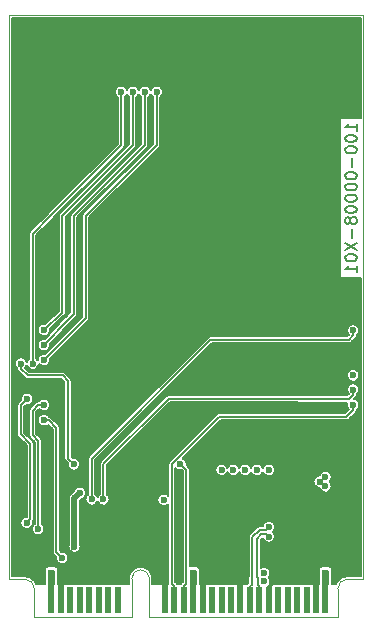
<source format=gbr>
G04 #@! TF.GenerationSoftware,KiCad,Pcbnew,(5.1.6)-1*
G04 #@! TF.CreationDate,2020-07-22T16:01:37+02:00*
G04 #@! TF.ProjectId,BRD-00008-X01,4252442d-3030-4303-9038-2d5830312e6b,X01*
G04 #@! TF.SameCoordinates,Original*
G04 #@! TF.FileFunction,Copper,L4,Bot*
G04 #@! TF.FilePolarity,Positive*
%FSLAX46Y46*%
G04 Gerber Fmt 4.6, Leading zero omitted, Abs format (unit mm)*
G04 Created by KiCad (PCBNEW (5.1.6)-1) date 2020-07-22 16:01:37*
%MOMM*%
%LPD*%
G01*
G04 APERTURE LIST*
G04 #@! TA.AperFunction,Profile*
%ADD10C,0.010000*%
G04 #@! TD*
%ADD11C,0.150000*%
G04 #@! TA.AperFunction,Conductor*
%ADD12R,0.600000X2.300000*%
G04 #@! TD*
G04 #@! TA.AperFunction,ComponentPad*
%ADD13C,0.600000*%
G04 #@! TD*
G04 #@! TA.AperFunction,ComponentPad*
%ADD14C,5.400000*%
G04 #@! TD*
G04 #@! TA.AperFunction,ViaPad*
%ADD15C,0.600000*%
G04 #@! TD*
G04 #@! TA.AperFunction,Conductor*
%ADD16C,0.500000*%
G04 #@! TD*
G04 #@! TA.AperFunction,Conductor*
%ADD17C,0.300000*%
G04 #@! TD*
G04 #@! TA.AperFunction,Conductor*
%ADD18C,0.150000*%
G04 #@! TD*
G04 #@! TA.AperFunction,Conductor*
%ADD19C,0.180000*%
G04 #@! TD*
G04 APERTURE END LIST*
D10*
X135650000Y-130450000D02*
X135650000Y-128050000D01*
X135650000Y-130450000D02*
X143900000Y-130450000D01*
X143900000Y-130450000D02*
X143900000Y-127200000D01*
X145400000Y-130450000D02*
X145400000Y-127200000D01*
X163500000Y-127250000D02*
X163500000Y-79500000D01*
X162150000Y-127250000D02*
X163500000Y-127250000D01*
X145400000Y-130450000D02*
X161350000Y-130450000D01*
X161350000Y-130450000D02*
X161350000Y-128050000D01*
X162150000Y-127250000D02*
G75*
G03*
X161350000Y-128050000I0J-800000D01*
G01*
X144650000Y-126450000D02*
G75*
G03*
X143900000Y-127200000I0J-750000D01*
G01*
X145400000Y-127200000D02*
G75*
G03*
X144650000Y-126450000I-750000J0D01*
G01*
X135650000Y-128050000D02*
G75*
G03*
X134850000Y-127250000I-800000J0D01*
G01*
X133500000Y-127250000D02*
X134850000Y-127250000D01*
X133500000Y-79500000D02*
X133500000Y-127250000D01*
X133500000Y-79500000D02*
X163500000Y-79500000D01*
D11*
X162952380Y-89285714D02*
X162952380Y-88714285D01*
X162952380Y-89000000D02*
X161952380Y-89000000D01*
X162095238Y-88904761D01*
X162190476Y-88809523D01*
X162238095Y-88714285D01*
X161952380Y-89904761D02*
X161952380Y-90000000D01*
X162000000Y-90095238D01*
X162047619Y-90142857D01*
X162142857Y-90190476D01*
X162333333Y-90238095D01*
X162571428Y-90238095D01*
X162761904Y-90190476D01*
X162857142Y-90142857D01*
X162904761Y-90095238D01*
X162952380Y-90000000D01*
X162952380Y-89904761D01*
X162904761Y-89809523D01*
X162857142Y-89761904D01*
X162761904Y-89714285D01*
X162571428Y-89666666D01*
X162333333Y-89666666D01*
X162142857Y-89714285D01*
X162047619Y-89761904D01*
X162000000Y-89809523D01*
X161952380Y-89904761D01*
X161952380Y-90857142D02*
X161952380Y-90952380D01*
X162000000Y-91047619D01*
X162047619Y-91095238D01*
X162142857Y-91142857D01*
X162333333Y-91190476D01*
X162571428Y-91190476D01*
X162761904Y-91142857D01*
X162857142Y-91095238D01*
X162904761Y-91047619D01*
X162952380Y-90952380D01*
X162952380Y-90857142D01*
X162904761Y-90761904D01*
X162857142Y-90714285D01*
X162761904Y-90666666D01*
X162571428Y-90619047D01*
X162333333Y-90619047D01*
X162142857Y-90666666D01*
X162047619Y-90714285D01*
X162000000Y-90761904D01*
X161952380Y-90857142D01*
X162571428Y-91619047D02*
X162571428Y-92380952D01*
X161952380Y-93047619D02*
X161952380Y-93142857D01*
X162000000Y-93238095D01*
X162047619Y-93285714D01*
X162142857Y-93333333D01*
X162333333Y-93380952D01*
X162571428Y-93380952D01*
X162761904Y-93333333D01*
X162857142Y-93285714D01*
X162904761Y-93238095D01*
X162952380Y-93142857D01*
X162952380Y-93047619D01*
X162904761Y-92952380D01*
X162857142Y-92904761D01*
X162761904Y-92857142D01*
X162571428Y-92809523D01*
X162333333Y-92809523D01*
X162142857Y-92857142D01*
X162047619Y-92904761D01*
X162000000Y-92952380D01*
X161952380Y-93047619D01*
X161952380Y-94000000D02*
X161952380Y-94095238D01*
X162000000Y-94190476D01*
X162047619Y-94238095D01*
X162142857Y-94285714D01*
X162333333Y-94333333D01*
X162571428Y-94333333D01*
X162761904Y-94285714D01*
X162857142Y-94238095D01*
X162904761Y-94190476D01*
X162952380Y-94095238D01*
X162952380Y-94000000D01*
X162904761Y-93904761D01*
X162857142Y-93857142D01*
X162761904Y-93809523D01*
X162571428Y-93761904D01*
X162333333Y-93761904D01*
X162142857Y-93809523D01*
X162047619Y-93857142D01*
X162000000Y-93904761D01*
X161952380Y-94000000D01*
X161952380Y-94952380D02*
X161952380Y-95047619D01*
X162000000Y-95142857D01*
X162047619Y-95190476D01*
X162142857Y-95238095D01*
X162333333Y-95285714D01*
X162571428Y-95285714D01*
X162761904Y-95238095D01*
X162857142Y-95190476D01*
X162904761Y-95142857D01*
X162952380Y-95047619D01*
X162952380Y-94952380D01*
X162904761Y-94857142D01*
X162857142Y-94809523D01*
X162761904Y-94761904D01*
X162571428Y-94714285D01*
X162333333Y-94714285D01*
X162142857Y-94761904D01*
X162047619Y-94809523D01*
X162000000Y-94857142D01*
X161952380Y-94952380D01*
X161952380Y-95904761D02*
X161952380Y-96000000D01*
X162000000Y-96095238D01*
X162047619Y-96142857D01*
X162142857Y-96190476D01*
X162333333Y-96238095D01*
X162571428Y-96238095D01*
X162761904Y-96190476D01*
X162857142Y-96142857D01*
X162904761Y-96095238D01*
X162952380Y-96000000D01*
X162952380Y-95904761D01*
X162904761Y-95809523D01*
X162857142Y-95761904D01*
X162761904Y-95714285D01*
X162571428Y-95666666D01*
X162333333Y-95666666D01*
X162142857Y-95714285D01*
X162047619Y-95761904D01*
X162000000Y-95809523D01*
X161952380Y-95904761D01*
X162380952Y-96809523D02*
X162333333Y-96714285D01*
X162285714Y-96666666D01*
X162190476Y-96619047D01*
X162142857Y-96619047D01*
X162047619Y-96666666D01*
X162000000Y-96714285D01*
X161952380Y-96809523D01*
X161952380Y-97000000D01*
X162000000Y-97095238D01*
X162047619Y-97142857D01*
X162142857Y-97190476D01*
X162190476Y-97190476D01*
X162285714Y-97142857D01*
X162333333Y-97095238D01*
X162380952Y-97000000D01*
X162380952Y-96809523D01*
X162428571Y-96714285D01*
X162476190Y-96666666D01*
X162571428Y-96619047D01*
X162761904Y-96619047D01*
X162857142Y-96666666D01*
X162904761Y-96714285D01*
X162952380Y-96809523D01*
X162952380Y-97000000D01*
X162904761Y-97095238D01*
X162857142Y-97142857D01*
X162761904Y-97190476D01*
X162571428Y-97190476D01*
X162476190Y-97142857D01*
X162428571Y-97095238D01*
X162380952Y-97000000D01*
X162571428Y-97619047D02*
X162571428Y-98380952D01*
X161952380Y-98761904D02*
X162952380Y-99428571D01*
X161952380Y-99428571D02*
X162952380Y-98761904D01*
X161952380Y-100000000D02*
X161952380Y-100095238D01*
X162000000Y-100190476D01*
X162047619Y-100238095D01*
X162142857Y-100285714D01*
X162333333Y-100333333D01*
X162571428Y-100333333D01*
X162761904Y-100285714D01*
X162857142Y-100238095D01*
X162904761Y-100190476D01*
X162952380Y-100095238D01*
X162952380Y-100000000D01*
X162904761Y-99904761D01*
X162857142Y-99857142D01*
X162761904Y-99809523D01*
X162571428Y-99761904D01*
X162333333Y-99761904D01*
X162142857Y-99809523D01*
X162047619Y-99857142D01*
X162000000Y-99904761D01*
X161952380Y-100000000D01*
X162952380Y-101285714D02*
X162952380Y-100714285D01*
X162952380Y-101000000D02*
X161952380Y-101000000D01*
X162095238Y-100904761D01*
X162190476Y-100809523D01*
X162238095Y-100714285D01*
D12*
X160300000Y-129050000D03*
X159500000Y-129050000D03*
X158700000Y-129050000D03*
X157900000Y-129050000D03*
X157100000Y-129050000D03*
X156300000Y-129050000D03*
X155500000Y-129050000D03*
X154700000Y-129050000D03*
X153900000Y-129050000D03*
X153100000Y-129050000D03*
X152300000Y-129050000D03*
X151500000Y-129050000D03*
X150700000Y-129050000D03*
X149900000Y-129050000D03*
X149100000Y-129050000D03*
X148300000Y-129050000D03*
X147500000Y-129050000D03*
X146700000Y-129050000D03*
X142700000Y-129050000D03*
X141900000Y-129050000D03*
X141100000Y-129050000D03*
X140300000Y-129050000D03*
X139500000Y-129050000D03*
X138700000Y-129050000D03*
X137900000Y-129050000D03*
X137100000Y-129050000D03*
D13*
X142500000Y-124000000D03*
X142500000Y-123000000D03*
X141500000Y-123000000D03*
X141500000Y-124000000D03*
D14*
X136400000Y-82400000D03*
D15*
X136400000Y-80390000D03*
X134980000Y-80980000D03*
X134390000Y-82400000D03*
X134980000Y-83820000D03*
X136400000Y-84410000D03*
X137820000Y-83820000D03*
X138410000Y-82400000D03*
X137820000Y-80980000D03*
D14*
X160600000Y-82400000D03*
D15*
X160600000Y-80390000D03*
X159180000Y-80980000D03*
X158590000Y-82400000D03*
X159180000Y-83820000D03*
X160600000Y-84410000D03*
X162020000Y-83820000D03*
X162610000Y-82400000D03*
X162020000Y-80980000D03*
X134500000Y-103000000D03*
X153500000Y-126750000D03*
X153500000Y-127450000D03*
X150300000Y-127450000D03*
X153250000Y-84850000D03*
X154500000Y-84850000D03*
X149450000Y-84850000D03*
X160550000Y-88400000D03*
X160550000Y-89650000D03*
X160550000Y-90900000D03*
X136450000Y-88400000D03*
X136450000Y-89650000D03*
X136450000Y-90900000D03*
X136450000Y-92150000D03*
X136450000Y-99800000D03*
X136450000Y-102350000D03*
X160550000Y-99800000D03*
X157450000Y-103600000D03*
X157450000Y-106150000D03*
X157450000Y-108700000D03*
X157500000Y-112500000D03*
X139900000Y-127450000D03*
X142300000Y-127450000D03*
X147900000Y-127450000D03*
X151100000Y-127450000D03*
X156700000Y-127450000D03*
X137900000Y-127450000D03*
X146700000Y-127450000D03*
X159500000Y-127450000D03*
X156700000Y-126750000D03*
X159500000Y-126750000D03*
X151100000Y-126750000D03*
X150300000Y-126750000D03*
X147900000Y-126750000D03*
X146700000Y-126750000D03*
X137900000Y-126750000D03*
X139900000Y-126750000D03*
X142300000Y-126750000D03*
X162600000Y-113800000D03*
X162600000Y-115100000D03*
X160300000Y-117500000D03*
X150700000Y-84850000D03*
X154450000Y-81500000D03*
X149550000Y-81500000D03*
X160550000Y-92200000D03*
X142000000Y-86000000D03*
X139550000Y-111250000D03*
X157500000Y-111250000D03*
X162650000Y-105000000D03*
X142500000Y-118300000D03*
X143600000Y-118300000D03*
X145600000Y-120550000D03*
X139550000Y-115050000D03*
X155500000Y-124395003D03*
X155500000Y-125200000D03*
X160800000Y-120800000D03*
X144850000Y-125000000D03*
X144850000Y-121500000D03*
X158300000Y-118000000D03*
X134500000Y-91000000D03*
X148500000Y-80000000D03*
X148500000Y-105000000D03*
X134500000Y-105000000D03*
X134500000Y-93000000D03*
X134500000Y-107000000D03*
X156500000Y-80000000D03*
X154500000Y-80000000D03*
X142500000Y-80000000D03*
X144500000Y-80000000D03*
X134500000Y-101000000D03*
X134500000Y-99000000D03*
X134500000Y-97000000D03*
X146500000Y-105000000D03*
X144500000Y-105000000D03*
X142500000Y-105000000D03*
X134500000Y-95000000D03*
X134500000Y-89000000D03*
X134500000Y-117000000D03*
X134500000Y-119000000D03*
X134500000Y-121000000D03*
X136500000Y-117000000D03*
X136500000Y-119000000D03*
X136500000Y-121000000D03*
X138500000Y-119000000D03*
X136500000Y-125000000D03*
X150500000Y-105000000D03*
X152500000Y-105000000D03*
X154500000Y-105000000D03*
X156500000Y-105000000D03*
X148500000Y-107000000D03*
X146500000Y-107000000D03*
X144500000Y-107000000D03*
X142500000Y-107000000D03*
X140500000Y-107000000D03*
X140500000Y-109000000D03*
X140500000Y-111000000D03*
X142500000Y-111000000D03*
X142500000Y-109000000D03*
X144500000Y-109000000D03*
X146500000Y-109000000D03*
X150500000Y-109000000D03*
X152500000Y-109000000D03*
X154500000Y-109000000D03*
X156500000Y-109000000D03*
X156500000Y-111000000D03*
X154500000Y-111000000D03*
X152500000Y-111000000D03*
X150500000Y-111000000D03*
X148500000Y-111000000D03*
X144500000Y-111000000D03*
X140500000Y-113000000D03*
X142500000Y-113000000D03*
X140500000Y-115000000D03*
X148500000Y-113000000D03*
X150500000Y-113000000D03*
X152500000Y-115000000D03*
X154500000Y-115000000D03*
X156500000Y-115000000D03*
X156500000Y-117000000D03*
X154500000Y-117000000D03*
X152500000Y-117000000D03*
X150500000Y-117000000D03*
X144500000Y-117000000D03*
X148500000Y-115000000D03*
X146500000Y-115000000D03*
X150500000Y-119000000D03*
X150500000Y-121000000D03*
X150500000Y-125000000D03*
X152500000Y-125000000D03*
X162500000Y-125000000D03*
X148500000Y-103000000D03*
X146500000Y-103000000D03*
X144500000Y-103000000D03*
X142500000Y-103000000D03*
X142500000Y-97000000D03*
X142500000Y-95000000D03*
X144500000Y-95000000D03*
X144500000Y-93000000D03*
X146500000Y-93000000D03*
X146500000Y-91000000D03*
X148500000Y-91000000D03*
X148500000Y-89000000D03*
X136500000Y-95000000D03*
X140500000Y-89000000D03*
X140500000Y-91000000D03*
X140500000Y-87000000D03*
X140500000Y-85000000D03*
X140500000Y-83000000D03*
X142500000Y-83000000D03*
X144500000Y-83000000D03*
X146500000Y-83000000D03*
X148500000Y-83000000D03*
X148500000Y-87000000D03*
X148500000Y-85000000D03*
X150500000Y-89000000D03*
X152500000Y-89000000D03*
X154500000Y-89000000D03*
X156500000Y-89000000D03*
X156500000Y-87000000D03*
X158500000Y-87000000D03*
X160500000Y-87000000D03*
X150500000Y-91000000D03*
X152500000Y-91000000D03*
X154500000Y-91000000D03*
X156500000Y-91000000D03*
X148500000Y-93000000D03*
X150500000Y-93000000D03*
X152500000Y-93000000D03*
X154500000Y-93000000D03*
X156500000Y-93000000D03*
X146500000Y-95000000D03*
X148500000Y-95000000D03*
X150500000Y-95000000D03*
X152500000Y-95000000D03*
X154500000Y-95000000D03*
X156500000Y-95000000D03*
X158500000Y-95000000D03*
X160500000Y-95000000D03*
X160500000Y-97000000D03*
X158500000Y-97000000D03*
X156500000Y-97000000D03*
X154500000Y-97000000D03*
X152500000Y-97000000D03*
X150500000Y-97000000D03*
X148500000Y-97000000D03*
X146500000Y-97000000D03*
X144500000Y-97000000D03*
X142500000Y-99000000D03*
X142500000Y-101000000D03*
X144500000Y-101000000D03*
X144500000Y-99000000D03*
X146500000Y-99000000D03*
X146500000Y-101000000D03*
X148500000Y-99000000D03*
X148500000Y-101000000D03*
X150500000Y-99000000D03*
X150500000Y-101000000D03*
X150500000Y-103000000D03*
X152500000Y-103000000D03*
X154500000Y-103000000D03*
X156500000Y-103000000D03*
X156500000Y-101000000D03*
X156500000Y-99000000D03*
X152500000Y-99000000D03*
X154500000Y-99000000D03*
X154500000Y-101000000D03*
X152500000Y-101000000D03*
X155100000Y-127450000D03*
X155100000Y-126750000D03*
X137100000Y-127450000D03*
X149100000Y-127450000D03*
X160300000Y-127450000D03*
X160300000Y-126750000D03*
X149100000Y-126750000D03*
X137100000Y-126750000D03*
X162650000Y-110000000D03*
X146600000Y-120550000D03*
X160300000Y-119400000D03*
X159800000Y-119000000D03*
X153500000Y-118000000D03*
X154500000Y-118000000D03*
X152500000Y-118000000D03*
X151500000Y-118000000D03*
X155500000Y-118000000D03*
X160300000Y-118600000D03*
X136450000Y-106150000D03*
X144000000Y-86000000D03*
X136450000Y-107450000D03*
X145000000Y-86000000D03*
X136450000Y-108700000D03*
X146000000Y-86000000D03*
X155500000Y-123645000D03*
X155500000Y-122855000D03*
X148021232Y-117521232D03*
X134500000Y-109000000D03*
X138991415Y-117541415D03*
X162650000Y-112500000D03*
X143000000Y-86000000D03*
X135500000Y-109000000D03*
X135975000Y-123025000D03*
X136450000Y-112500000D03*
X136450000Y-113800000D03*
X138000000Y-125450000D03*
X162650000Y-111200000D03*
X141500000Y-120500000D03*
X162650000Y-106200000D03*
X140500000Y-120500000D03*
X139050000Y-124500000D03*
X139500000Y-119950000D03*
X135000000Y-122495038D03*
X135050000Y-112000000D03*
D16*
X153100000Y-127679998D02*
X153329998Y-127450000D01*
X153329998Y-127450000D02*
X153500000Y-127450000D01*
X153100000Y-129050000D02*
X153100000Y-127679998D01*
X149900000Y-127679998D02*
X150129998Y-127450000D01*
X150129998Y-127450000D02*
X150300000Y-127450000D01*
X149900000Y-129050000D02*
X149900000Y-127679998D01*
X137900000Y-129050000D02*
X137900000Y-127450000D01*
X146700000Y-129050000D02*
X146700000Y-127450000D01*
X159500000Y-129050000D02*
X159500000Y-127450000D01*
X159500000Y-127450000D02*
X159500000Y-126750000D01*
X146700000Y-127450000D02*
X146700000Y-126750000D01*
X137900000Y-127450000D02*
X137900000Y-126750000D01*
D17*
X156275736Y-127450000D02*
X156700000Y-127450000D01*
X155988002Y-127450000D02*
X156275736Y-127450000D01*
X155500000Y-127938002D02*
X155988002Y-127450000D01*
X155500000Y-129050000D02*
X155500000Y-127938002D01*
D16*
X137100000Y-129050000D02*
X137100000Y-127450000D01*
X149100000Y-129050000D02*
X149100000Y-127450000D01*
X160300000Y-129050000D02*
X160300000Y-127450000D01*
X160300000Y-127450000D02*
X160300000Y-126750000D01*
X149100000Y-127450000D02*
X149100000Y-126750000D01*
X137100000Y-127450000D02*
X137100000Y-126750000D01*
D18*
X138000000Y-96500000D02*
X138000000Y-104700000D01*
X144000000Y-90500000D02*
X138000000Y-96500000D01*
X138000000Y-104700000D02*
X136450000Y-106150000D01*
X144000000Y-86000000D02*
X144000000Y-90500000D01*
X145000000Y-90500000D02*
X139000000Y-96500000D01*
X145000000Y-86000000D02*
X145000000Y-90500000D01*
X139000000Y-104800000D02*
X138500000Y-105300000D01*
X139000000Y-96500000D02*
X139000000Y-104800000D01*
X138500000Y-105300000D02*
X136450000Y-107450000D01*
X146000000Y-90500000D02*
X146000000Y-86000000D01*
X140000000Y-96500000D02*
X146000000Y-90500000D01*
X140000000Y-105150000D02*
X140000000Y-96500000D01*
X136450000Y-108700000D02*
X140000000Y-105150000D01*
D19*
X154700000Y-127849202D02*
X154559999Y-127709201D01*
X154559999Y-127709201D02*
X154559999Y-127184998D01*
X154559999Y-127184998D02*
X154485000Y-127109999D01*
X154700000Y-129050000D02*
X154700000Y-127849202D01*
X154485000Y-127109999D02*
X154485000Y-123826630D01*
X155290000Y-123435000D02*
X155500000Y-123645000D01*
X154485000Y-123826630D02*
X154876630Y-123435000D01*
X154876630Y-123435000D02*
X155290000Y-123435000D01*
X154040001Y-127709201D02*
X154040001Y-127184998D01*
X153900000Y-127849202D02*
X154040001Y-127709201D01*
X154040001Y-127184998D02*
X154115000Y-127109999D01*
X153900000Y-129050000D02*
X153900000Y-127849202D01*
X154115000Y-127109999D02*
X154115000Y-123673370D01*
X155290000Y-123065000D02*
X155500000Y-122855000D01*
X154115000Y-123673370D02*
X154723370Y-123065000D01*
X154723370Y-123065000D02*
X155290000Y-123065000D01*
D18*
X148300000Y-127827002D02*
X148500000Y-127627002D01*
X148300000Y-129050000D02*
X148300000Y-127827002D01*
X148500000Y-127627002D02*
X148500000Y-118000000D01*
X148500000Y-118000000D02*
X148021232Y-117521232D01*
X134500000Y-109000000D02*
X134500000Y-109424264D01*
X134500000Y-109424264D02*
X135075736Y-110000000D01*
X138500000Y-117050000D02*
X138991415Y-117541415D01*
X135075736Y-110000000D02*
X138050000Y-110000000D01*
X138050000Y-110000000D02*
X138500000Y-110450000D01*
X138500000Y-110450000D02*
X138500000Y-117050000D01*
X147500000Y-127827002D02*
X147500000Y-129050000D01*
X147300000Y-127627002D02*
X147500000Y-127827002D01*
X162650000Y-112500000D02*
X162650000Y-112924264D01*
X162650000Y-112924264D02*
X162074264Y-113500000D01*
X162074264Y-113500000D02*
X151300000Y-113500000D01*
X151300000Y-113500000D02*
X147300000Y-117500000D01*
X147300000Y-117500000D02*
X147300000Y-127627002D01*
X143000000Y-86000000D02*
X143000000Y-86424264D01*
X143000000Y-86424264D02*
X143000000Y-90500000D01*
X143000000Y-90500000D02*
X137000000Y-96500000D01*
X137000000Y-96500000D02*
X136975001Y-96524999D01*
X136975001Y-96524999D02*
X135500000Y-98000000D01*
X135500000Y-98000000D02*
X135500000Y-109000000D01*
X135975000Y-115525000D02*
X135975000Y-123025000D01*
X136000000Y-112500000D02*
X135500000Y-113000000D01*
X135500000Y-115050000D02*
X135975000Y-115525000D01*
X135500000Y-113000000D02*
X135500000Y-115050000D01*
X136450000Y-112500000D02*
X136000000Y-112500000D01*
X136874264Y-113800000D02*
X137500000Y-114425736D01*
X136450000Y-113800000D02*
X136874264Y-113800000D01*
X137500000Y-114425736D02*
X137500000Y-124950000D01*
X137500000Y-124950000D02*
X138000000Y-125450000D01*
X162650000Y-111624264D02*
X162650000Y-111200000D01*
X162274264Y-112000000D02*
X162650000Y-111624264D01*
X141497406Y-117502594D02*
X147025001Y-111974999D01*
X141500000Y-120500000D02*
X141497406Y-117502594D01*
X147025001Y-111974999D02*
X157924999Y-111974999D01*
X157950000Y-112000000D02*
X162274264Y-112000000D01*
X157924999Y-111974999D02*
X157950000Y-112000000D01*
X162274264Y-107000000D02*
X162650000Y-106624264D01*
X162650000Y-106624264D02*
X162650000Y-106200000D01*
X150550000Y-107000000D02*
X162274264Y-107000000D01*
X140500000Y-117050000D02*
X150550000Y-107000000D01*
X140500000Y-120500000D02*
X140500000Y-117050000D01*
D16*
X139050000Y-120400000D02*
X139500000Y-119950000D01*
X139050000Y-124075736D02*
X139050000Y-120400000D01*
X139050000Y-124500000D02*
X139050000Y-124075736D01*
D18*
X135299999Y-122195039D02*
X135000000Y-122495038D01*
X134500000Y-115000000D02*
X135300000Y-115800000D01*
X135300000Y-115800000D02*
X135299999Y-122195039D01*
X135050000Y-112000000D02*
X134500000Y-112550000D01*
X134500000Y-112550000D02*
X134500000Y-115000000D01*
G36*
X139225000Y-85225000D02*
G01*
X133780000Y-85225000D01*
X133780000Y-79780000D01*
X139225000Y-79780000D01*
X139225000Y-85225000D01*
G37*
X139225000Y-85225000D02*
X133780000Y-85225000D01*
X133780000Y-79780000D01*
X139225000Y-79780000D01*
X139225000Y-85225000D01*
G36*
X134817052Y-79923531D02*
G01*
X134488982Y-80241495D01*
X136400000Y-82152513D01*
X138311018Y-80241495D01*
X137982948Y-79923531D01*
X137602490Y-79730000D01*
X159379126Y-79730000D01*
X159017052Y-79923531D01*
X158688982Y-80241495D01*
X160600000Y-82152513D01*
X162511018Y-80241495D01*
X162182948Y-79923531D01*
X161802490Y-79730000D01*
X163270001Y-79730000D01*
X163270001Y-81179127D01*
X163076469Y-80817052D01*
X162758505Y-80488982D01*
X160847487Y-82400000D01*
X162758505Y-84311018D01*
X163076469Y-83982948D01*
X163270001Y-83602488D01*
X163270001Y-88223809D01*
X161517500Y-88223809D01*
X161517500Y-101776190D01*
X163270001Y-101776190D01*
X163270000Y-127020000D01*
X162138710Y-127020000D01*
X162128558Y-127021000D01*
X162123568Y-127020965D01*
X162120372Y-127021279D01*
X161965095Y-127037600D01*
X161944701Y-127041786D01*
X161924200Y-127045697D01*
X161921130Y-127046625D01*
X161921124Y-127046626D01*
X161921118Y-127046628D01*
X161771976Y-127092795D01*
X161752771Y-127100868D01*
X161733429Y-127108682D01*
X161730599Y-127110187D01*
X161730595Y-127110189D01*
X161730594Y-127110190D01*
X161593252Y-127184451D01*
X161575973Y-127196106D01*
X161558527Y-127207522D01*
X161556038Y-127209552D01*
X161435736Y-127309075D01*
X161421076Y-127323838D01*
X161406152Y-127338452D01*
X161404105Y-127340927D01*
X161305426Y-127461921D01*
X161293928Y-127479226D01*
X161282112Y-127496483D01*
X161280585Y-127499308D01*
X161207285Y-127637165D01*
X161199333Y-127656458D01*
X161191386Y-127675000D01*
X160875000Y-127675000D01*
X160875000Y-126450000D01*
X160869716Y-126396350D01*
X160854067Y-126344762D01*
X160828654Y-126297218D01*
X160794454Y-126255546D01*
X160752782Y-126221346D01*
X160705238Y-126195933D01*
X160653650Y-126180284D01*
X160600000Y-126175000D01*
X160000000Y-126175000D01*
X159946350Y-126180284D01*
X159894762Y-126195933D01*
X159847218Y-126221346D01*
X159805546Y-126255546D01*
X159771346Y-126297218D01*
X159745933Y-126344762D01*
X159730284Y-126396350D01*
X159725000Y-126450000D01*
X159725000Y-127675000D01*
X159268750Y-127675000D01*
X159200000Y-127673911D01*
X159188943Y-127675000D01*
X159011047Y-127675000D01*
X159000000Y-127673912D01*
X158400000Y-127673912D01*
X158388953Y-127675000D01*
X158211047Y-127675000D01*
X158200000Y-127673912D01*
X157600000Y-127673912D01*
X157588953Y-127675000D01*
X157411047Y-127675000D01*
X157400000Y-127673912D01*
X156800000Y-127673912D01*
X156788953Y-127675000D01*
X156611047Y-127675000D01*
X156600000Y-127673912D01*
X156000000Y-127673912D01*
X155988953Y-127675000D01*
X155811057Y-127675000D01*
X155800000Y-127673911D01*
X155731250Y-127675000D01*
X155575058Y-127675000D01*
X155604824Y-127603137D01*
X155625000Y-127501708D01*
X155625000Y-127398292D01*
X155604824Y-127296863D01*
X155565249Y-127201319D01*
X155507794Y-127115332D01*
X155492462Y-127100000D01*
X155507794Y-127084668D01*
X155565249Y-126998681D01*
X155604824Y-126903137D01*
X155625000Y-126801708D01*
X155625000Y-126698292D01*
X155604824Y-126596863D01*
X155565249Y-126501319D01*
X155507794Y-126415332D01*
X155434668Y-126342206D01*
X155348681Y-126284751D01*
X155253137Y-126245176D01*
X155151708Y-126225000D01*
X155048292Y-126225000D01*
X154946863Y-126245176D01*
X154851319Y-126284751D01*
X154800000Y-126319041D01*
X154800000Y-123957106D01*
X154989169Y-123767938D01*
X154995176Y-123798137D01*
X155034751Y-123893681D01*
X155092206Y-123979668D01*
X155165332Y-124052794D01*
X155251319Y-124110249D01*
X155346863Y-124149824D01*
X155448292Y-124170000D01*
X155551708Y-124170000D01*
X155653137Y-124149824D01*
X155748681Y-124110249D01*
X155834668Y-124052794D01*
X155907794Y-123979668D01*
X155965249Y-123893681D01*
X156004824Y-123798137D01*
X156025000Y-123696708D01*
X156025000Y-123593292D01*
X156004824Y-123491863D01*
X155965249Y-123396319D01*
X155907794Y-123310332D01*
X155847462Y-123250000D01*
X155907794Y-123189668D01*
X155965249Y-123103681D01*
X156004824Y-123008137D01*
X156025000Y-122906708D01*
X156025000Y-122803292D01*
X156004824Y-122701863D01*
X155965249Y-122606319D01*
X155907794Y-122520332D01*
X155834668Y-122447206D01*
X155748681Y-122389751D01*
X155653137Y-122350176D01*
X155551708Y-122330000D01*
X155448292Y-122330000D01*
X155346863Y-122350176D01*
X155251319Y-122389751D01*
X155165332Y-122447206D01*
X155092206Y-122520332D01*
X155034751Y-122606319D01*
X154995176Y-122701863D01*
X154985601Y-122750000D01*
X154738832Y-122750000D01*
X154723369Y-122748477D01*
X154707906Y-122750000D01*
X154707897Y-122750000D01*
X154661619Y-122754558D01*
X154602242Y-122772570D01*
X154576768Y-122786186D01*
X154547518Y-122801820D01*
X154513540Y-122829706D01*
X154499554Y-122841184D01*
X154489691Y-122853202D01*
X153903203Y-123439691D01*
X153891185Y-123449554D01*
X153881322Y-123461572D01*
X153881321Y-123461573D01*
X153851820Y-123497519D01*
X153823769Y-123550000D01*
X153822571Y-123552242D01*
X153804559Y-123611619D01*
X153802279Y-123634770D01*
X153798477Y-123673370D01*
X153800001Y-123688843D01*
X153800000Y-126980904D01*
X153776821Y-127009147D01*
X153748551Y-127062039D01*
X153747572Y-127063870D01*
X153729560Y-127123247D01*
X153726079Y-127158586D01*
X153723478Y-127184998D01*
X153725002Y-127200470D01*
X153725001Y-127578725D01*
X153688203Y-127615523D01*
X153676185Y-127625386D01*
X153666322Y-127637404D01*
X153666321Y-127637405D01*
X153636820Y-127673351D01*
X153636520Y-127673912D01*
X153600000Y-127673912D01*
X153588953Y-127675000D01*
X153411057Y-127675000D01*
X153400000Y-127673911D01*
X153331250Y-127675000D01*
X152868750Y-127675000D01*
X152800000Y-127673911D01*
X152788943Y-127675000D01*
X152611047Y-127675000D01*
X152600000Y-127673912D01*
X152000000Y-127673912D01*
X151988953Y-127675000D01*
X151811047Y-127675000D01*
X151800000Y-127673912D01*
X151200000Y-127673912D01*
X151188953Y-127675000D01*
X151011047Y-127675000D01*
X151000000Y-127673912D01*
X150400000Y-127673912D01*
X150388953Y-127675000D01*
X150211057Y-127675000D01*
X150200000Y-127673911D01*
X150131250Y-127675000D01*
X149675000Y-127675000D01*
X149675000Y-126450000D01*
X149669716Y-126396350D01*
X149654067Y-126344762D01*
X149628654Y-126297218D01*
X149594454Y-126255546D01*
X149552782Y-126221346D01*
X149505238Y-126195933D01*
X149453650Y-126180284D01*
X149400000Y-126175000D01*
X148800000Y-126175000D01*
X148800000Y-118948292D01*
X159275000Y-118948292D01*
X159275000Y-119051708D01*
X159295176Y-119153137D01*
X159334751Y-119248681D01*
X159392206Y-119334668D01*
X159465332Y-119407794D01*
X159551319Y-119465249D01*
X159646863Y-119504824D01*
X159748292Y-119525000D01*
X159789579Y-119525000D01*
X159795176Y-119553137D01*
X159834751Y-119648681D01*
X159892206Y-119734668D01*
X159965332Y-119807794D01*
X160051319Y-119865249D01*
X160146863Y-119904824D01*
X160248292Y-119925000D01*
X160351708Y-119925000D01*
X160453137Y-119904824D01*
X160548681Y-119865249D01*
X160634668Y-119807794D01*
X160707794Y-119734668D01*
X160765249Y-119648681D01*
X160804824Y-119553137D01*
X160825000Y-119451708D01*
X160825000Y-119348292D01*
X160804824Y-119246863D01*
X160765249Y-119151319D01*
X160707794Y-119065332D01*
X160642462Y-119000000D01*
X160707794Y-118934668D01*
X160765249Y-118848681D01*
X160804824Y-118753137D01*
X160825000Y-118651708D01*
X160825000Y-118548292D01*
X160804824Y-118446863D01*
X160765249Y-118351319D01*
X160707794Y-118265332D01*
X160634668Y-118192206D01*
X160548681Y-118134751D01*
X160453137Y-118095176D01*
X160351708Y-118075000D01*
X160248292Y-118075000D01*
X160146863Y-118095176D01*
X160051319Y-118134751D01*
X159965332Y-118192206D01*
X159892206Y-118265332D01*
X159834751Y-118351319D01*
X159795176Y-118446863D01*
X159789579Y-118475000D01*
X159748292Y-118475000D01*
X159646863Y-118495176D01*
X159551319Y-118534751D01*
X159465332Y-118592206D01*
X159392206Y-118665332D01*
X159334751Y-118751319D01*
X159295176Y-118846863D01*
X159275000Y-118948292D01*
X148800000Y-118948292D01*
X148800000Y-118014722D01*
X148801450Y-117999999D01*
X148800000Y-117985276D01*
X148800000Y-117985267D01*
X148796359Y-117948292D01*
X150975000Y-117948292D01*
X150975000Y-118051708D01*
X150995176Y-118153137D01*
X151034751Y-118248681D01*
X151092206Y-118334668D01*
X151165332Y-118407794D01*
X151251319Y-118465249D01*
X151346863Y-118504824D01*
X151448292Y-118525000D01*
X151551708Y-118525000D01*
X151653137Y-118504824D01*
X151748681Y-118465249D01*
X151834668Y-118407794D01*
X151907794Y-118334668D01*
X151965249Y-118248681D01*
X152000000Y-118164783D01*
X152034751Y-118248681D01*
X152092206Y-118334668D01*
X152165332Y-118407794D01*
X152251319Y-118465249D01*
X152346863Y-118504824D01*
X152448292Y-118525000D01*
X152551708Y-118525000D01*
X152653137Y-118504824D01*
X152748681Y-118465249D01*
X152834668Y-118407794D01*
X152907794Y-118334668D01*
X152965249Y-118248681D01*
X153000000Y-118164783D01*
X153034751Y-118248681D01*
X153092206Y-118334668D01*
X153165332Y-118407794D01*
X153251319Y-118465249D01*
X153346863Y-118504824D01*
X153448292Y-118525000D01*
X153551708Y-118525000D01*
X153653137Y-118504824D01*
X153748681Y-118465249D01*
X153834668Y-118407794D01*
X153907794Y-118334668D01*
X153965249Y-118248681D01*
X154000000Y-118164783D01*
X154034751Y-118248681D01*
X154092206Y-118334668D01*
X154165332Y-118407794D01*
X154251319Y-118465249D01*
X154346863Y-118504824D01*
X154448292Y-118525000D01*
X154551708Y-118525000D01*
X154653137Y-118504824D01*
X154748681Y-118465249D01*
X154834668Y-118407794D01*
X154907794Y-118334668D01*
X154965249Y-118248681D01*
X155000000Y-118164783D01*
X155034751Y-118248681D01*
X155092206Y-118334668D01*
X155165332Y-118407794D01*
X155251319Y-118465249D01*
X155346863Y-118504824D01*
X155448292Y-118525000D01*
X155551708Y-118525000D01*
X155653137Y-118504824D01*
X155748681Y-118465249D01*
X155834668Y-118407794D01*
X155907794Y-118334668D01*
X155965249Y-118248681D01*
X156004824Y-118153137D01*
X156025000Y-118051708D01*
X156025000Y-117948292D01*
X156004824Y-117846863D01*
X155965249Y-117751319D01*
X155907794Y-117665332D01*
X155834668Y-117592206D01*
X155748681Y-117534751D01*
X155653137Y-117495176D01*
X155551708Y-117475000D01*
X155448292Y-117475000D01*
X155346863Y-117495176D01*
X155251319Y-117534751D01*
X155165332Y-117592206D01*
X155092206Y-117665332D01*
X155034751Y-117751319D01*
X155000000Y-117835217D01*
X154965249Y-117751319D01*
X154907794Y-117665332D01*
X154834668Y-117592206D01*
X154748681Y-117534751D01*
X154653137Y-117495176D01*
X154551708Y-117475000D01*
X154448292Y-117475000D01*
X154346863Y-117495176D01*
X154251319Y-117534751D01*
X154165332Y-117592206D01*
X154092206Y-117665332D01*
X154034751Y-117751319D01*
X154000000Y-117835217D01*
X153965249Y-117751319D01*
X153907794Y-117665332D01*
X153834668Y-117592206D01*
X153748681Y-117534751D01*
X153653137Y-117495176D01*
X153551708Y-117475000D01*
X153448292Y-117475000D01*
X153346863Y-117495176D01*
X153251319Y-117534751D01*
X153165332Y-117592206D01*
X153092206Y-117665332D01*
X153034751Y-117751319D01*
X153000000Y-117835217D01*
X152965249Y-117751319D01*
X152907794Y-117665332D01*
X152834668Y-117592206D01*
X152748681Y-117534751D01*
X152653137Y-117495176D01*
X152551708Y-117475000D01*
X152448292Y-117475000D01*
X152346863Y-117495176D01*
X152251319Y-117534751D01*
X152165332Y-117592206D01*
X152092206Y-117665332D01*
X152034751Y-117751319D01*
X152000000Y-117835217D01*
X151965249Y-117751319D01*
X151907794Y-117665332D01*
X151834668Y-117592206D01*
X151748681Y-117534751D01*
X151653137Y-117495176D01*
X151551708Y-117475000D01*
X151448292Y-117475000D01*
X151346863Y-117495176D01*
X151251319Y-117534751D01*
X151165332Y-117592206D01*
X151092206Y-117665332D01*
X151034751Y-117751319D01*
X150995176Y-117846863D01*
X150975000Y-117948292D01*
X148796359Y-117948292D01*
X148795659Y-117941190D01*
X148778504Y-117884640D01*
X148758312Y-117846863D01*
X148750647Y-117832522D01*
X148722549Y-117798285D01*
X148713158Y-117786842D01*
X148701715Y-117777451D01*
X148538097Y-117613834D01*
X148546232Y-117572940D01*
X148546232Y-117469524D01*
X148526056Y-117368095D01*
X148486481Y-117272551D01*
X148429026Y-117186564D01*
X148355900Y-117113438D01*
X148269913Y-117055983D01*
X148198047Y-117026216D01*
X151424264Y-113800000D01*
X162059541Y-113800000D01*
X162074264Y-113801450D01*
X162088987Y-113800000D01*
X162088997Y-113800000D01*
X162133074Y-113795659D01*
X162189624Y-113778504D01*
X162241741Y-113750647D01*
X162287422Y-113713158D01*
X162296817Y-113701710D01*
X162851715Y-113146813D01*
X162863158Y-113137422D01*
X162881264Y-113115360D01*
X162900647Y-113091742D01*
X162928504Y-113039624D01*
X162932940Y-113025000D01*
X162945659Y-112983074D01*
X162950000Y-112938997D01*
X162950000Y-112938994D01*
X162950847Y-112930392D01*
X162984668Y-112907794D01*
X163057794Y-112834668D01*
X163115249Y-112748681D01*
X163154824Y-112653137D01*
X163175000Y-112551708D01*
X163175000Y-112448292D01*
X163154824Y-112346863D01*
X163115249Y-112251319D01*
X163057794Y-112165332D01*
X162984668Y-112092206D01*
X162898681Y-112034751D01*
X162803137Y-111995176D01*
X162719907Y-111978620D01*
X162851716Y-111846812D01*
X162863158Y-111837422D01*
X162895276Y-111798286D01*
X162900647Y-111791742D01*
X162922253Y-111751319D01*
X162928504Y-111739624D01*
X162945659Y-111683074D01*
X162950000Y-111638997D01*
X162950000Y-111638987D01*
X162950846Y-111630393D01*
X162984668Y-111607794D01*
X163057794Y-111534668D01*
X163115249Y-111448681D01*
X163154824Y-111353137D01*
X163175000Y-111251708D01*
X163175000Y-111148292D01*
X163154824Y-111046863D01*
X163115249Y-110951319D01*
X163057794Y-110865332D01*
X162984668Y-110792206D01*
X162898681Y-110734751D01*
X162803137Y-110695176D01*
X162701708Y-110675000D01*
X162598292Y-110675000D01*
X162496863Y-110695176D01*
X162401319Y-110734751D01*
X162315332Y-110792206D01*
X162242206Y-110865332D01*
X162184751Y-110951319D01*
X162145176Y-111046863D01*
X162125000Y-111148292D01*
X162125000Y-111251708D01*
X162145176Y-111353137D01*
X162184751Y-111448681D01*
X162242206Y-111534668D01*
X162278769Y-111571231D01*
X162150001Y-111700000D01*
X158046916Y-111700000D01*
X158040359Y-111696495D01*
X157983809Y-111679340D01*
X157939732Y-111674999D01*
X157939722Y-111674999D01*
X157924999Y-111673549D01*
X157910276Y-111674999D01*
X147039731Y-111674999D01*
X147025001Y-111673548D01*
X147010271Y-111674999D01*
X147010268Y-111674999D01*
X146966191Y-111679340D01*
X146922802Y-111692502D01*
X146909640Y-111696495D01*
X146857523Y-111724352D01*
X146827060Y-111749353D01*
X146811843Y-111761841D01*
X146802452Y-111773284D01*
X141295598Y-117280139D01*
X141284064Y-117289621D01*
X141265598Y-117312162D01*
X141246759Y-117335117D01*
X141246696Y-117335236D01*
X141246615Y-117335334D01*
X141233032Y-117360800D01*
X141218903Y-117387234D01*
X141218865Y-117387360D01*
X141218803Y-117387476D01*
X141210262Y-117415719D01*
X141201748Y-117443784D01*
X141201735Y-117443914D01*
X141201697Y-117444040D01*
X141198807Y-117473650D01*
X141195956Y-117502594D01*
X141197419Y-117517453D01*
X141199627Y-120069290D01*
X141165332Y-120092206D01*
X141092206Y-120165332D01*
X141034751Y-120251319D01*
X141000000Y-120335217D01*
X140965249Y-120251319D01*
X140907794Y-120165332D01*
X140834668Y-120092206D01*
X140800000Y-120069041D01*
X140800000Y-117174263D01*
X148025971Y-109948292D01*
X162125000Y-109948292D01*
X162125000Y-110051708D01*
X162145176Y-110153137D01*
X162184751Y-110248681D01*
X162242206Y-110334668D01*
X162315332Y-110407794D01*
X162401319Y-110465249D01*
X162496863Y-110504824D01*
X162598292Y-110525000D01*
X162701708Y-110525000D01*
X162803137Y-110504824D01*
X162898681Y-110465249D01*
X162984668Y-110407794D01*
X163057794Y-110334668D01*
X163115249Y-110248681D01*
X163154824Y-110153137D01*
X163175000Y-110051708D01*
X163175000Y-109948292D01*
X163154824Y-109846863D01*
X163115249Y-109751319D01*
X163057794Y-109665332D01*
X162984668Y-109592206D01*
X162898681Y-109534751D01*
X162803137Y-109495176D01*
X162701708Y-109475000D01*
X162598292Y-109475000D01*
X162496863Y-109495176D01*
X162401319Y-109534751D01*
X162315332Y-109592206D01*
X162242206Y-109665332D01*
X162184751Y-109751319D01*
X162145176Y-109846863D01*
X162125000Y-109948292D01*
X148025971Y-109948292D01*
X150674264Y-107300000D01*
X162259541Y-107300000D01*
X162274264Y-107301450D01*
X162288987Y-107300000D01*
X162288997Y-107300000D01*
X162333074Y-107295659D01*
X162389624Y-107278504D01*
X162441741Y-107250647D01*
X162487422Y-107213158D01*
X162496817Y-107201710D01*
X162851716Y-106846812D01*
X162863158Y-106837422D01*
X162895276Y-106798286D01*
X162900647Y-106791742D01*
X162915536Y-106763885D01*
X162928504Y-106739624D01*
X162945659Y-106683074D01*
X162950000Y-106638997D01*
X162950000Y-106638987D01*
X162950846Y-106630393D01*
X162984668Y-106607794D01*
X163057794Y-106534668D01*
X163115249Y-106448681D01*
X163154824Y-106353137D01*
X163175000Y-106251708D01*
X163175000Y-106148292D01*
X163154824Y-106046863D01*
X163115249Y-105951319D01*
X163057794Y-105865332D01*
X162984668Y-105792206D01*
X162898681Y-105734751D01*
X162803137Y-105695176D01*
X162701708Y-105675000D01*
X162598292Y-105675000D01*
X162496863Y-105695176D01*
X162401319Y-105734751D01*
X162315332Y-105792206D01*
X162242206Y-105865332D01*
X162184751Y-105951319D01*
X162145176Y-106046863D01*
X162125000Y-106148292D01*
X162125000Y-106251708D01*
X162145176Y-106353137D01*
X162184751Y-106448681D01*
X162242206Y-106534668D01*
X162278769Y-106571231D01*
X162150001Y-106700000D01*
X150564722Y-106700000D01*
X150549999Y-106698550D01*
X150535276Y-106700000D01*
X150535267Y-106700000D01*
X150491190Y-106704341D01*
X150434640Y-106721496D01*
X150410379Y-106734464D01*
X150382522Y-106749353D01*
X150348285Y-106777451D01*
X150336842Y-106786842D01*
X150327451Y-106798285D01*
X140298286Y-116827451D01*
X140286843Y-116836842D01*
X140277452Y-116848285D01*
X140277451Y-116848286D01*
X140249353Y-116882523D01*
X140221497Y-116934640D01*
X140204342Y-116991190D01*
X140198550Y-117050000D01*
X140200001Y-117064733D01*
X140200000Y-120069041D01*
X140165332Y-120092206D01*
X140092206Y-120165332D01*
X140034751Y-120251319D01*
X139995176Y-120346863D01*
X139975000Y-120448292D01*
X139975000Y-120551708D01*
X139995176Y-120653137D01*
X140034751Y-120748681D01*
X140092206Y-120834668D01*
X140165332Y-120907794D01*
X140251319Y-120965249D01*
X140346863Y-121004824D01*
X140448292Y-121025000D01*
X140551708Y-121025000D01*
X140653137Y-121004824D01*
X140748681Y-120965249D01*
X140834668Y-120907794D01*
X140907794Y-120834668D01*
X140965249Y-120748681D01*
X141000000Y-120664783D01*
X141034751Y-120748681D01*
X141092206Y-120834668D01*
X141165332Y-120907794D01*
X141251319Y-120965249D01*
X141346863Y-121004824D01*
X141448292Y-121025000D01*
X141551708Y-121025000D01*
X141653137Y-121004824D01*
X141748681Y-120965249D01*
X141834668Y-120907794D01*
X141907794Y-120834668D01*
X141965249Y-120748681D01*
X142004824Y-120653137D01*
X142025000Y-120551708D01*
X142025000Y-120448292D01*
X142004824Y-120346863D01*
X141965249Y-120251319D01*
X141907794Y-120165332D01*
X141834668Y-120092206D01*
X141799626Y-120068792D01*
X141797513Y-117626750D01*
X147149265Y-112274999D01*
X157828083Y-112274999D01*
X157834640Y-112278504D01*
X157891190Y-112295659D01*
X157935267Y-112300000D01*
X157935270Y-112300000D01*
X157950000Y-112301451D01*
X157964730Y-112300000D01*
X162164587Y-112300000D01*
X162145176Y-112346863D01*
X162125000Y-112448292D01*
X162125000Y-112551708D01*
X162145176Y-112653137D01*
X162184751Y-112748681D01*
X162242206Y-112834668D01*
X162278769Y-112871231D01*
X161950001Y-113200000D01*
X151314722Y-113200000D01*
X151299999Y-113198550D01*
X151285276Y-113200000D01*
X151285267Y-113200000D01*
X151241190Y-113204341D01*
X151184640Y-113221496D01*
X151176747Y-113225715D01*
X151132522Y-113249353D01*
X151101272Y-113275000D01*
X151086842Y-113286842D01*
X151077451Y-113298285D01*
X147098290Y-117277447D01*
X147086842Y-117286842D01*
X147077125Y-117298683D01*
X147049353Y-117332523D01*
X147042332Y-117345659D01*
X147021496Y-117384641D01*
X147004341Y-117441191D01*
X147000000Y-117485268D01*
X147000000Y-117485277D01*
X146998550Y-117500000D01*
X147000000Y-117514723D01*
X147000000Y-120207538D01*
X146934668Y-120142206D01*
X146848681Y-120084751D01*
X146753137Y-120045176D01*
X146651708Y-120025000D01*
X146548292Y-120025000D01*
X146446863Y-120045176D01*
X146351319Y-120084751D01*
X146265332Y-120142206D01*
X146192206Y-120215332D01*
X146134751Y-120301319D01*
X146095176Y-120396863D01*
X146075000Y-120498292D01*
X146075000Y-120601708D01*
X146095176Y-120703137D01*
X146134751Y-120798681D01*
X146192206Y-120884668D01*
X146265332Y-120957794D01*
X146351319Y-121015249D01*
X146446863Y-121054824D01*
X146548292Y-121075000D01*
X146651708Y-121075000D01*
X146753137Y-121054824D01*
X146848681Y-121015249D01*
X146934668Y-120957794D01*
X147000000Y-120892462D01*
X147000001Y-127612269D01*
X146998550Y-127627002D01*
X147003201Y-127674226D01*
X147000000Y-127673911D01*
X146931250Y-127675000D01*
X146468750Y-127675000D01*
X146400000Y-127673911D01*
X146388943Y-127675000D01*
X145630000Y-127675000D01*
X145630000Y-127188710D01*
X145629003Y-127178591D01*
X145629036Y-127173917D01*
X145628722Y-127170721D01*
X145613421Y-127025149D01*
X145609236Y-127004762D01*
X145605324Y-126984253D01*
X145604395Y-126981180D01*
X145604395Y-126981178D01*
X145604393Y-126981172D01*
X145561111Y-126841351D01*
X145553034Y-126822134D01*
X145545224Y-126802804D01*
X145543716Y-126799969D01*
X145474097Y-126671212D01*
X145462444Y-126653935D01*
X145451026Y-126636486D01*
X145449000Y-126634003D01*
X145448996Y-126633997D01*
X145448991Y-126633992D01*
X145355694Y-126521215D01*
X145340931Y-126506555D01*
X145326317Y-126491631D01*
X145323843Y-126489585D01*
X145210411Y-126397072D01*
X145193072Y-126385552D01*
X145175848Y-126373758D01*
X145173023Y-126372231D01*
X145043782Y-126303512D01*
X145024496Y-126295563D01*
X145005347Y-126287355D01*
X145002287Y-126286408D01*
X145002281Y-126286406D01*
X145002275Y-126286405D01*
X144862152Y-126244100D01*
X144841713Y-126240053D01*
X144821315Y-126235717D01*
X144818127Y-126235383D01*
X144818119Y-126235381D01*
X144818111Y-126235381D01*
X144672445Y-126221098D01*
X144662408Y-126221098D01*
X144652420Y-126220012D01*
X144649209Y-126220001D01*
X144643973Y-126220019D01*
X144633972Y-126221034D01*
X144623917Y-126220964D01*
X144620721Y-126221278D01*
X144475149Y-126236579D01*
X144454762Y-126240764D01*
X144434253Y-126244676D01*
X144431184Y-126245604D01*
X144431178Y-126245605D01*
X144431172Y-126245607D01*
X144291351Y-126288889D01*
X144272134Y-126296966D01*
X144252804Y-126304776D01*
X144249974Y-126306281D01*
X144249970Y-126306283D01*
X144249969Y-126306284D01*
X144121212Y-126375903D01*
X144103935Y-126387556D01*
X144086486Y-126398974D01*
X144084003Y-126401000D01*
X144083997Y-126401004D01*
X144083992Y-126401009D01*
X143971215Y-126494306D01*
X143956555Y-126509069D01*
X143941631Y-126523683D01*
X143939585Y-126526157D01*
X143847072Y-126639589D01*
X143835552Y-126656928D01*
X143823758Y-126674152D01*
X143822231Y-126676977D01*
X143753512Y-126806218D01*
X143745563Y-126825504D01*
X143737355Y-126844653D01*
X143736408Y-126847713D01*
X143736406Y-126847719D01*
X143736406Y-126847721D01*
X143694100Y-126987848D01*
X143690053Y-127008287D01*
X143685717Y-127028685D01*
X143685383Y-127031873D01*
X143685381Y-127031881D01*
X143685381Y-127031889D01*
X143671098Y-127177555D01*
X143671098Y-127177573D01*
X143670001Y-127188710D01*
X143670001Y-127675000D01*
X143011047Y-127675000D01*
X143000000Y-127673912D01*
X142400000Y-127673912D01*
X142388953Y-127675000D01*
X142211047Y-127675000D01*
X142200000Y-127673912D01*
X141600000Y-127673912D01*
X141588953Y-127675000D01*
X141411047Y-127675000D01*
X141400000Y-127673912D01*
X140800000Y-127673912D01*
X140788953Y-127675000D01*
X140611047Y-127675000D01*
X140600000Y-127673912D01*
X140000000Y-127673912D01*
X139988953Y-127675000D01*
X139811047Y-127675000D01*
X139800000Y-127673912D01*
X139200000Y-127673912D01*
X139188953Y-127675000D01*
X139011047Y-127675000D01*
X139000000Y-127673912D01*
X138400000Y-127673912D01*
X138388953Y-127675000D01*
X138211057Y-127675000D01*
X138200000Y-127673911D01*
X138131250Y-127675000D01*
X137675000Y-127675000D01*
X137675000Y-126450000D01*
X137669716Y-126396350D01*
X137654067Y-126344762D01*
X137628654Y-126297218D01*
X137594454Y-126255546D01*
X137552782Y-126221346D01*
X137505238Y-126195933D01*
X137453650Y-126180284D01*
X137400000Y-126175000D01*
X136800000Y-126175000D01*
X136746350Y-126180284D01*
X136694762Y-126195933D01*
X136647218Y-126221346D01*
X136605546Y-126255546D01*
X136571346Y-126297218D01*
X136545933Y-126344762D01*
X136530284Y-126396350D01*
X136525000Y-126450000D01*
X136525000Y-127675000D01*
X135808141Y-127675000D01*
X135807205Y-127671976D01*
X135799132Y-127652771D01*
X135791318Y-127633429D01*
X135789810Y-127630594D01*
X135789810Y-127630593D01*
X135789809Y-127630592D01*
X135715549Y-127493252D01*
X135703894Y-127475973D01*
X135692478Y-127458527D01*
X135690448Y-127456038D01*
X135590925Y-127335736D01*
X135576162Y-127321076D01*
X135561548Y-127306152D01*
X135559073Y-127304105D01*
X135438079Y-127205426D01*
X135420774Y-127193928D01*
X135403517Y-127182112D01*
X135400692Y-127180585D01*
X135262835Y-127107285D01*
X135243542Y-127099333D01*
X135224401Y-127091129D01*
X135221337Y-127090180D01*
X135221331Y-127090178D01*
X135071864Y-127045052D01*
X135051396Y-127040999D01*
X135031025Y-127036669D01*
X135027842Y-127036335D01*
X135027831Y-127036333D01*
X135027821Y-127036333D01*
X134872444Y-127021098D01*
X134872438Y-127021098D01*
X134861290Y-127020000D01*
X133730000Y-127020000D01*
X133730000Y-112550000D01*
X134198550Y-112550000D01*
X134200000Y-112564723D01*
X134200001Y-114985267D01*
X134198550Y-115000000D01*
X134204342Y-115058810D01*
X134221497Y-115115360D01*
X134249353Y-115167477D01*
X134277451Y-115201714D01*
X134286843Y-115213158D01*
X134298285Y-115222548D01*
X135000001Y-115924265D01*
X134999999Y-121970038D01*
X134948292Y-121970038D01*
X134846863Y-121990214D01*
X134751319Y-122029789D01*
X134665332Y-122087244D01*
X134592206Y-122160370D01*
X134534751Y-122246357D01*
X134495176Y-122341901D01*
X134475000Y-122443330D01*
X134475000Y-122546746D01*
X134495176Y-122648175D01*
X134534751Y-122743719D01*
X134592206Y-122829706D01*
X134665332Y-122902832D01*
X134751319Y-122960287D01*
X134846863Y-122999862D01*
X134948292Y-123020038D01*
X135051708Y-123020038D01*
X135153137Y-122999862D01*
X135248681Y-122960287D01*
X135334668Y-122902832D01*
X135407794Y-122829706D01*
X135465249Y-122743719D01*
X135504824Y-122648175D01*
X135525000Y-122546746D01*
X135525000Y-122443330D01*
X135517064Y-122403435D01*
X135522542Y-122396760D01*
X135522549Y-122396753D01*
X135550646Y-122362517D01*
X135578503Y-122310399D01*
X135595657Y-122253849D01*
X135601450Y-122195039D01*
X135599998Y-122180299D01*
X135600000Y-115814731D01*
X135601451Y-115800000D01*
X135599052Y-115775647D01*
X135595659Y-115741191D01*
X135586489Y-115710964D01*
X135578504Y-115684639D01*
X135550647Y-115632522D01*
X135522549Y-115598285D01*
X135522544Y-115598280D01*
X135513158Y-115586843D01*
X135501721Y-115577457D01*
X134800000Y-114875737D01*
X134800000Y-113000000D01*
X135198550Y-113000000D01*
X135200000Y-113014723D01*
X135200001Y-115035267D01*
X135198550Y-115050000D01*
X135204342Y-115108810D01*
X135221497Y-115165360D01*
X135249353Y-115217477D01*
X135277451Y-115251714D01*
X135286843Y-115263158D01*
X135298285Y-115272548D01*
X135675000Y-115649264D01*
X135675001Y-122594041D01*
X135640332Y-122617206D01*
X135567206Y-122690332D01*
X135509751Y-122776319D01*
X135470176Y-122871863D01*
X135450000Y-122973292D01*
X135450000Y-123076708D01*
X135470176Y-123178137D01*
X135509751Y-123273681D01*
X135567206Y-123359668D01*
X135640332Y-123432794D01*
X135726319Y-123490249D01*
X135821863Y-123529824D01*
X135923292Y-123550000D01*
X136026708Y-123550000D01*
X136128137Y-123529824D01*
X136223681Y-123490249D01*
X136309668Y-123432794D01*
X136382794Y-123359668D01*
X136440249Y-123273681D01*
X136479824Y-123178137D01*
X136500000Y-123076708D01*
X136500000Y-122973292D01*
X136479824Y-122871863D01*
X136440249Y-122776319D01*
X136382794Y-122690332D01*
X136309668Y-122617206D01*
X136275000Y-122594041D01*
X136275000Y-115539722D01*
X136276450Y-115524999D01*
X136275000Y-115510276D01*
X136275000Y-115510267D01*
X136270659Y-115466190D01*
X136253504Y-115409640D01*
X136225648Y-115357524D01*
X136225647Y-115357522D01*
X136197549Y-115323285D01*
X136188158Y-115311842D01*
X136176716Y-115302452D01*
X135800000Y-114925737D01*
X135800000Y-113748292D01*
X135925000Y-113748292D01*
X135925000Y-113851708D01*
X135945176Y-113953137D01*
X135984751Y-114048681D01*
X136042206Y-114134668D01*
X136115332Y-114207794D01*
X136201319Y-114265249D01*
X136296863Y-114304824D01*
X136398292Y-114325000D01*
X136501708Y-114325000D01*
X136603137Y-114304824D01*
X136698681Y-114265249D01*
X136784668Y-114207794D01*
X136821231Y-114171231D01*
X137200000Y-114550000D01*
X137200001Y-124935267D01*
X137198550Y-124950000D01*
X137204342Y-125008810D01*
X137221497Y-125065360D01*
X137249353Y-125117477D01*
X137277451Y-125151714D01*
X137286843Y-125163158D01*
X137298285Y-125172548D01*
X137483135Y-125357398D01*
X137475000Y-125398292D01*
X137475000Y-125501708D01*
X137495176Y-125603137D01*
X137534751Y-125698681D01*
X137592206Y-125784668D01*
X137665332Y-125857794D01*
X137751319Y-125915249D01*
X137846863Y-125954824D01*
X137948292Y-125975000D01*
X138051708Y-125975000D01*
X138153137Y-125954824D01*
X138248681Y-125915249D01*
X138334668Y-125857794D01*
X138407794Y-125784668D01*
X138465249Y-125698681D01*
X138504824Y-125603137D01*
X138525000Y-125501708D01*
X138525000Y-125398292D01*
X138504824Y-125296863D01*
X138465249Y-125201319D01*
X138407794Y-125115332D01*
X138334668Y-125042206D01*
X138248681Y-124984751D01*
X138153137Y-124945176D01*
X138051708Y-124925000D01*
X137948292Y-124925000D01*
X137907398Y-124933135D01*
X137800000Y-124825737D01*
X137800000Y-124448292D01*
X138525000Y-124448292D01*
X138525000Y-124551708D01*
X138545176Y-124653137D01*
X138584751Y-124748681D01*
X138642206Y-124834668D01*
X138715332Y-124907794D01*
X138801319Y-124965249D01*
X138896863Y-125004824D01*
X138998292Y-125025000D01*
X139101708Y-125025000D01*
X139203137Y-125004824D01*
X139298681Y-124965249D01*
X139384668Y-124907794D01*
X139457794Y-124834668D01*
X139515249Y-124748681D01*
X139554824Y-124653137D01*
X139575000Y-124551708D01*
X139575000Y-124448292D01*
X139554824Y-124346863D01*
X139525000Y-124274860D01*
X139525000Y-120596750D01*
X139676677Y-120445074D01*
X139748681Y-120415249D01*
X139834668Y-120357794D01*
X139907794Y-120284668D01*
X139965249Y-120198681D01*
X140004824Y-120103137D01*
X140025000Y-120001708D01*
X140025000Y-119898292D01*
X140004824Y-119796863D01*
X139965249Y-119701319D01*
X139907794Y-119615332D01*
X139834668Y-119542206D01*
X139748681Y-119484751D01*
X139653137Y-119445176D01*
X139551708Y-119425000D01*
X139448292Y-119425000D01*
X139346863Y-119445176D01*
X139251319Y-119484751D01*
X139165332Y-119542206D01*
X139092206Y-119615332D01*
X139034751Y-119701319D01*
X139004926Y-119773323D01*
X138730629Y-120047621D01*
X138712500Y-120062499D01*
X138653142Y-120134827D01*
X138609035Y-120217346D01*
X138581873Y-120306884D01*
X138572702Y-120400000D01*
X138575001Y-120423342D01*
X138575000Y-124052404D01*
X138575000Y-124274860D01*
X138545176Y-124346863D01*
X138525000Y-124448292D01*
X137800000Y-124448292D01*
X137800000Y-114440458D01*
X137801450Y-114425735D01*
X137800000Y-114411012D01*
X137800000Y-114411003D01*
X137795659Y-114366926D01*
X137778504Y-114310376D01*
X137765536Y-114286115D01*
X137750647Y-114258258D01*
X137722549Y-114224021D01*
X137713158Y-114212578D01*
X137701716Y-114203188D01*
X137096817Y-113598290D01*
X137087422Y-113586842D01*
X137041741Y-113549353D01*
X136989624Y-113521496D01*
X136933074Y-113504341D01*
X136888997Y-113500000D01*
X136888987Y-113500000D01*
X136880393Y-113499154D01*
X136857794Y-113465332D01*
X136784668Y-113392206D01*
X136698681Y-113334751D01*
X136603137Y-113295176D01*
X136501708Y-113275000D01*
X136398292Y-113275000D01*
X136296863Y-113295176D01*
X136201319Y-113334751D01*
X136115332Y-113392206D01*
X136042206Y-113465332D01*
X135984751Y-113551319D01*
X135945176Y-113646863D01*
X135925000Y-113748292D01*
X135800000Y-113748292D01*
X135800000Y-113124263D01*
X136065901Y-112858363D01*
X136115332Y-112907794D01*
X136201319Y-112965249D01*
X136296863Y-113004824D01*
X136398292Y-113025000D01*
X136501708Y-113025000D01*
X136603137Y-113004824D01*
X136698681Y-112965249D01*
X136784668Y-112907794D01*
X136857794Y-112834668D01*
X136915249Y-112748681D01*
X136954824Y-112653137D01*
X136975000Y-112551708D01*
X136975000Y-112448292D01*
X136954824Y-112346863D01*
X136915249Y-112251319D01*
X136857794Y-112165332D01*
X136784668Y-112092206D01*
X136698681Y-112034751D01*
X136603137Y-111995176D01*
X136501708Y-111975000D01*
X136398292Y-111975000D01*
X136296863Y-111995176D01*
X136201319Y-112034751D01*
X136115332Y-112092206D01*
X136042206Y-112165332D01*
X136019041Y-112200000D01*
X136014730Y-112200000D01*
X136000000Y-112198549D01*
X135985270Y-112200000D01*
X135985267Y-112200000D01*
X135941190Y-112204341D01*
X135897801Y-112217503D01*
X135884639Y-112221496D01*
X135832522Y-112249353D01*
X135806562Y-112270658D01*
X135786842Y-112286842D01*
X135777451Y-112298285D01*
X135298290Y-112777447D01*
X135286842Y-112786842D01*
X135276044Y-112800000D01*
X135249353Y-112832523D01*
X135239237Y-112851450D01*
X135221496Y-112884641D01*
X135204341Y-112941191D01*
X135200000Y-112985268D01*
X135200000Y-112985277D01*
X135198550Y-113000000D01*
X134800000Y-113000000D01*
X134800000Y-112674263D01*
X134957398Y-112516865D01*
X134998292Y-112525000D01*
X135101708Y-112525000D01*
X135203137Y-112504824D01*
X135298681Y-112465249D01*
X135384668Y-112407794D01*
X135457794Y-112334668D01*
X135515249Y-112248681D01*
X135554824Y-112153137D01*
X135575000Y-112051708D01*
X135575000Y-111948292D01*
X135554824Y-111846863D01*
X135515249Y-111751319D01*
X135457794Y-111665332D01*
X135384668Y-111592206D01*
X135298681Y-111534751D01*
X135203137Y-111495176D01*
X135101708Y-111475000D01*
X134998292Y-111475000D01*
X134896863Y-111495176D01*
X134801319Y-111534751D01*
X134715332Y-111592206D01*
X134642206Y-111665332D01*
X134584751Y-111751319D01*
X134545176Y-111846863D01*
X134525000Y-111948292D01*
X134525000Y-112051708D01*
X134533135Y-112092602D01*
X134298290Y-112327447D01*
X134286842Y-112336842D01*
X134266358Y-112361802D01*
X134249353Y-112382523D01*
X134248221Y-112384641D01*
X134221496Y-112434641D01*
X134204341Y-112491191D01*
X134200000Y-112535268D01*
X134200000Y-112535277D01*
X134198550Y-112550000D01*
X133730000Y-112550000D01*
X133730000Y-108948292D01*
X133975000Y-108948292D01*
X133975000Y-109051708D01*
X133995176Y-109153137D01*
X134034751Y-109248681D01*
X134092206Y-109334668D01*
X134165332Y-109407794D01*
X134199154Y-109430393D01*
X134200000Y-109438987D01*
X134200000Y-109438997D01*
X134202586Y-109465249D01*
X134204342Y-109483074D01*
X134221497Y-109539624D01*
X134249353Y-109591741D01*
X134277451Y-109625978D01*
X134286843Y-109637422D01*
X134298285Y-109646812D01*
X134853186Y-110201714D01*
X134862578Y-110213158D01*
X134874021Y-110222549D01*
X134874022Y-110222550D01*
X134908258Y-110250647D01*
X134960376Y-110278504D01*
X135016926Y-110295659D01*
X135061003Y-110300000D01*
X135061006Y-110300000D01*
X135075736Y-110301451D01*
X135090466Y-110300000D01*
X137925737Y-110300000D01*
X138200000Y-110574264D01*
X138200001Y-117035267D01*
X138198550Y-117050000D01*
X138204342Y-117108810D01*
X138221497Y-117165360D01*
X138249353Y-117217477D01*
X138277451Y-117251714D01*
X138286843Y-117263158D01*
X138298285Y-117272548D01*
X138474549Y-117448813D01*
X138466415Y-117489707D01*
X138466415Y-117593123D01*
X138486591Y-117694552D01*
X138526166Y-117790096D01*
X138583621Y-117876083D01*
X138656747Y-117949209D01*
X138742734Y-118006664D01*
X138838278Y-118046239D01*
X138939707Y-118066415D01*
X139043123Y-118066415D01*
X139144552Y-118046239D01*
X139240096Y-118006664D01*
X139326083Y-117949209D01*
X139399209Y-117876083D01*
X139456664Y-117790096D01*
X139496239Y-117694552D01*
X139516415Y-117593123D01*
X139516415Y-117489707D01*
X139496239Y-117388278D01*
X139456664Y-117292734D01*
X139399209Y-117206747D01*
X139326083Y-117133621D01*
X139240096Y-117076166D01*
X139144552Y-117036591D01*
X139043123Y-117016415D01*
X138939707Y-117016415D01*
X138898813Y-117024549D01*
X138800000Y-116925737D01*
X138800000Y-110464722D01*
X138801450Y-110449999D01*
X138800000Y-110435276D01*
X138800000Y-110435267D01*
X138795659Y-110391190D01*
X138778504Y-110334640D01*
X138759989Y-110300000D01*
X138750647Y-110282522D01*
X138722549Y-110248285D01*
X138713158Y-110236842D01*
X138701716Y-110227452D01*
X138272553Y-109798290D01*
X138263158Y-109786842D01*
X138217477Y-109749353D01*
X138165360Y-109721496D01*
X138108810Y-109704341D01*
X138064733Y-109700000D01*
X138064723Y-109700000D01*
X138050000Y-109698550D01*
X138035277Y-109700000D01*
X135200000Y-109700000D01*
X134871231Y-109371231D01*
X134907794Y-109334668D01*
X134965249Y-109248681D01*
X135000000Y-109164783D01*
X135034751Y-109248681D01*
X135092206Y-109334668D01*
X135165332Y-109407794D01*
X135251319Y-109465249D01*
X135346863Y-109504824D01*
X135448292Y-109525000D01*
X135551708Y-109525000D01*
X135653137Y-109504824D01*
X135748681Y-109465249D01*
X135834668Y-109407794D01*
X135907794Y-109334668D01*
X135965249Y-109248681D01*
X136004824Y-109153137D01*
X136025000Y-109051708D01*
X136025000Y-109008918D01*
X136042206Y-109034668D01*
X136115332Y-109107794D01*
X136201319Y-109165249D01*
X136296863Y-109204824D01*
X136398292Y-109225000D01*
X136501708Y-109225000D01*
X136603137Y-109204824D01*
X136698681Y-109165249D01*
X136784668Y-109107794D01*
X136857794Y-109034668D01*
X136915249Y-108948681D01*
X136954824Y-108853137D01*
X136975000Y-108751708D01*
X136975000Y-108648292D01*
X136966865Y-108607398D01*
X140201717Y-105372547D01*
X140213158Y-105363158D01*
X140222549Y-105351715D01*
X140250647Y-105317478D01*
X140278503Y-105265361D01*
X140278504Y-105265360D01*
X140295659Y-105208810D01*
X140300000Y-105164733D01*
X140300000Y-105164724D01*
X140301450Y-105150001D01*
X140300000Y-105135278D01*
X140300000Y-96624263D01*
X146201717Y-90722547D01*
X146213158Y-90713158D01*
X146222549Y-90701715D01*
X146250647Y-90667478D01*
X146278503Y-90615361D01*
X146278504Y-90615360D01*
X146295659Y-90558810D01*
X146300000Y-90514733D01*
X146300000Y-90514724D01*
X146301450Y-90500001D01*
X146300000Y-90485278D01*
X146300000Y-86430959D01*
X146334668Y-86407794D01*
X146407794Y-86334668D01*
X146465249Y-86248681D01*
X146504824Y-86153137D01*
X146525000Y-86051708D01*
X146525000Y-85948292D01*
X146504824Y-85846863D01*
X146465249Y-85751319D01*
X146407794Y-85665332D01*
X146334668Y-85592206D01*
X146248681Y-85534751D01*
X146153137Y-85495176D01*
X146051708Y-85475000D01*
X145948292Y-85475000D01*
X145846863Y-85495176D01*
X145751319Y-85534751D01*
X145665332Y-85592206D01*
X145592206Y-85665332D01*
X145534751Y-85751319D01*
X145500000Y-85835217D01*
X145465249Y-85751319D01*
X145407794Y-85665332D01*
X145334668Y-85592206D01*
X145248681Y-85534751D01*
X145153137Y-85495176D01*
X145051708Y-85475000D01*
X144948292Y-85475000D01*
X144846863Y-85495176D01*
X144751319Y-85534751D01*
X144665332Y-85592206D01*
X144592206Y-85665332D01*
X144534751Y-85751319D01*
X144500000Y-85835217D01*
X144465249Y-85751319D01*
X144407794Y-85665332D01*
X144334668Y-85592206D01*
X144248681Y-85534751D01*
X144153137Y-85495176D01*
X144051708Y-85475000D01*
X143948292Y-85475000D01*
X143846863Y-85495176D01*
X143751319Y-85534751D01*
X143665332Y-85592206D01*
X143592206Y-85665332D01*
X143534751Y-85751319D01*
X143500000Y-85835217D01*
X143465249Y-85751319D01*
X143407794Y-85665332D01*
X143334668Y-85592206D01*
X143248681Y-85534751D01*
X143153137Y-85495176D01*
X143051708Y-85475000D01*
X142948292Y-85475000D01*
X142846863Y-85495176D01*
X142751319Y-85534751D01*
X142665332Y-85592206D01*
X142592206Y-85665332D01*
X142534751Y-85751319D01*
X142495176Y-85846863D01*
X142475000Y-85948292D01*
X142475000Y-86051708D01*
X142495176Y-86153137D01*
X142534751Y-86248681D01*
X142592206Y-86334668D01*
X142665332Y-86407794D01*
X142700000Y-86430959D01*
X142700001Y-90375735D01*
X136798286Y-96277451D01*
X136773292Y-96302445D01*
X136773286Y-96302450D01*
X135298290Y-97777447D01*
X135286842Y-97786842D01*
X135266358Y-97811802D01*
X135249353Y-97832523D01*
X135234464Y-97860380D01*
X135221496Y-97884641D01*
X135204341Y-97941191D01*
X135200000Y-97985268D01*
X135200000Y-97985277D01*
X135198550Y-98000000D01*
X135200000Y-98014723D01*
X135200001Y-108569041D01*
X135165332Y-108592206D01*
X135092206Y-108665332D01*
X135034751Y-108751319D01*
X135000000Y-108835217D01*
X134965249Y-108751319D01*
X134907794Y-108665332D01*
X134834668Y-108592206D01*
X134748681Y-108534751D01*
X134653137Y-108495176D01*
X134551708Y-108475000D01*
X134448292Y-108475000D01*
X134346863Y-108495176D01*
X134251319Y-108534751D01*
X134165332Y-108592206D01*
X134092206Y-108665332D01*
X134034751Y-108751319D01*
X133995176Y-108846863D01*
X133975000Y-108948292D01*
X133730000Y-108948292D01*
X133730000Y-84558505D01*
X134488982Y-84558505D01*
X134817052Y-84876469D01*
X135330604Y-85137702D01*
X135885251Y-85293726D01*
X136459680Y-85338546D01*
X137031815Y-85270440D01*
X137579670Y-85092024D01*
X137982948Y-84876469D01*
X138311018Y-84558505D01*
X158688982Y-84558505D01*
X159017052Y-84876469D01*
X159530604Y-85137702D01*
X160085251Y-85293726D01*
X160659680Y-85338546D01*
X161231815Y-85270440D01*
X161779670Y-85092024D01*
X162182948Y-84876469D01*
X162511018Y-84558505D01*
X160600000Y-82647487D01*
X158688982Y-84558505D01*
X138311018Y-84558505D01*
X136400000Y-82647487D01*
X134488982Y-84558505D01*
X133730000Y-84558505D01*
X133730000Y-83620874D01*
X133923531Y-83982948D01*
X134241495Y-84311018D01*
X136152513Y-82400000D01*
X136647487Y-82400000D01*
X138558505Y-84311018D01*
X138876469Y-83982948D01*
X139137702Y-83469396D01*
X139293726Y-82914749D01*
X139329232Y-82459680D01*
X157661454Y-82459680D01*
X157729560Y-83031815D01*
X157907976Y-83579670D01*
X158123531Y-83982948D01*
X158441495Y-84311018D01*
X160352513Y-82400000D01*
X158441495Y-80488982D01*
X158123531Y-80817052D01*
X157862298Y-81330604D01*
X157706274Y-81885251D01*
X157661454Y-82459680D01*
X139329232Y-82459680D01*
X139338546Y-82340320D01*
X139270440Y-81768185D01*
X139092024Y-81220330D01*
X138876469Y-80817052D01*
X138558505Y-80488982D01*
X136647487Y-82400000D01*
X136152513Y-82400000D01*
X134241495Y-80488982D01*
X133923531Y-80817052D01*
X133730000Y-81197510D01*
X133730000Y-79730000D01*
X135179126Y-79730000D01*
X134817052Y-79923531D01*
G37*
X134817052Y-79923531D02*
X134488982Y-80241495D01*
X136400000Y-82152513D01*
X138311018Y-80241495D01*
X137982948Y-79923531D01*
X137602490Y-79730000D01*
X159379126Y-79730000D01*
X159017052Y-79923531D01*
X158688982Y-80241495D01*
X160600000Y-82152513D01*
X162511018Y-80241495D01*
X162182948Y-79923531D01*
X161802490Y-79730000D01*
X163270001Y-79730000D01*
X163270001Y-81179127D01*
X163076469Y-80817052D01*
X162758505Y-80488982D01*
X160847487Y-82400000D01*
X162758505Y-84311018D01*
X163076469Y-83982948D01*
X163270001Y-83602488D01*
X163270001Y-88223809D01*
X161517500Y-88223809D01*
X161517500Y-101776190D01*
X163270001Y-101776190D01*
X163270000Y-127020000D01*
X162138710Y-127020000D01*
X162128558Y-127021000D01*
X162123568Y-127020965D01*
X162120372Y-127021279D01*
X161965095Y-127037600D01*
X161944701Y-127041786D01*
X161924200Y-127045697D01*
X161921130Y-127046625D01*
X161921124Y-127046626D01*
X161921118Y-127046628D01*
X161771976Y-127092795D01*
X161752771Y-127100868D01*
X161733429Y-127108682D01*
X161730599Y-127110187D01*
X161730595Y-127110189D01*
X161730594Y-127110190D01*
X161593252Y-127184451D01*
X161575973Y-127196106D01*
X161558527Y-127207522D01*
X161556038Y-127209552D01*
X161435736Y-127309075D01*
X161421076Y-127323838D01*
X161406152Y-127338452D01*
X161404105Y-127340927D01*
X161305426Y-127461921D01*
X161293928Y-127479226D01*
X161282112Y-127496483D01*
X161280585Y-127499308D01*
X161207285Y-127637165D01*
X161199333Y-127656458D01*
X161191386Y-127675000D01*
X160875000Y-127675000D01*
X160875000Y-126450000D01*
X160869716Y-126396350D01*
X160854067Y-126344762D01*
X160828654Y-126297218D01*
X160794454Y-126255546D01*
X160752782Y-126221346D01*
X160705238Y-126195933D01*
X160653650Y-126180284D01*
X160600000Y-126175000D01*
X160000000Y-126175000D01*
X159946350Y-126180284D01*
X159894762Y-126195933D01*
X159847218Y-126221346D01*
X159805546Y-126255546D01*
X159771346Y-126297218D01*
X159745933Y-126344762D01*
X159730284Y-126396350D01*
X159725000Y-126450000D01*
X159725000Y-127675000D01*
X159268750Y-127675000D01*
X159200000Y-127673911D01*
X159188943Y-127675000D01*
X159011047Y-127675000D01*
X159000000Y-127673912D01*
X158400000Y-127673912D01*
X158388953Y-127675000D01*
X158211047Y-127675000D01*
X158200000Y-127673912D01*
X157600000Y-127673912D01*
X157588953Y-127675000D01*
X157411047Y-127675000D01*
X157400000Y-127673912D01*
X156800000Y-127673912D01*
X156788953Y-127675000D01*
X156611047Y-127675000D01*
X156600000Y-127673912D01*
X156000000Y-127673912D01*
X155988953Y-127675000D01*
X155811057Y-127675000D01*
X155800000Y-127673911D01*
X155731250Y-127675000D01*
X155575058Y-127675000D01*
X155604824Y-127603137D01*
X155625000Y-127501708D01*
X155625000Y-127398292D01*
X155604824Y-127296863D01*
X155565249Y-127201319D01*
X155507794Y-127115332D01*
X155492462Y-127100000D01*
X155507794Y-127084668D01*
X155565249Y-126998681D01*
X155604824Y-126903137D01*
X155625000Y-126801708D01*
X155625000Y-126698292D01*
X155604824Y-126596863D01*
X155565249Y-126501319D01*
X155507794Y-126415332D01*
X155434668Y-126342206D01*
X155348681Y-126284751D01*
X155253137Y-126245176D01*
X155151708Y-126225000D01*
X155048292Y-126225000D01*
X154946863Y-126245176D01*
X154851319Y-126284751D01*
X154800000Y-126319041D01*
X154800000Y-123957106D01*
X154989169Y-123767938D01*
X154995176Y-123798137D01*
X155034751Y-123893681D01*
X155092206Y-123979668D01*
X155165332Y-124052794D01*
X155251319Y-124110249D01*
X155346863Y-124149824D01*
X155448292Y-124170000D01*
X155551708Y-124170000D01*
X155653137Y-124149824D01*
X155748681Y-124110249D01*
X155834668Y-124052794D01*
X155907794Y-123979668D01*
X155965249Y-123893681D01*
X156004824Y-123798137D01*
X156025000Y-123696708D01*
X156025000Y-123593292D01*
X156004824Y-123491863D01*
X155965249Y-123396319D01*
X155907794Y-123310332D01*
X155847462Y-123250000D01*
X155907794Y-123189668D01*
X155965249Y-123103681D01*
X156004824Y-123008137D01*
X156025000Y-122906708D01*
X156025000Y-122803292D01*
X156004824Y-122701863D01*
X155965249Y-122606319D01*
X155907794Y-122520332D01*
X155834668Y-122447206D01*
X155748681Y-122389751D01*
X155653137Y-122350176D01*
X155551708Y-122330000D01*
X155448292Y-122330000D01*
X155346863Y-122350176D01*
X155251319Y-122389751D01*
X155165332Y-122447206D01*
X155092206Y-122520332D01*
X155034751Y-122606319D01*
X154995176Y-122701863D01*
X154985601Y-122750000D01*
X154738832Y-122750000D01*
X154723369Y-122748477D01*
X154707906Y-122750000D01*
X154707897Y-122750000D01*
X154661619Y-122754558D01*
X154602242Y-122772570D01*
X154576768Y-122786186D01*
X154547518Y-122801820D01*
X154513540Y-122829706D01*
X154499554Y-122841184D01*
X154489691Y-122853202D01*
X153903203Y-123439691D01*
X153891185Y-123449554D01*
X153881322Y-123461572D01*
X153881321Y-123461573D01*
X153851820Y-123497519D01*
X153823769Y-123550000D01*
X153822571Y-123552242D01*
X153804559Y-123611619D01*
X153802279Y-123634770D01*
X153798477Y-123673370D01*
X153800001Y-123688843D01*
X153800000Y-126980904D01*
X153776821Y-127009147D01*
X153748551Y-127062039D01*
X153747572Y-127063870D01*
X153729560Y-127123247D01*
X153726079Y-127158586D01*
X153723478Y-127184998D01*
X153725002Y-127200470D01*
X153725001Y-127578725D01*
X153688203Y-127615523D01*
X153676185Y-127625386D01*
X153666322Y-127637404D01*
X153666321Y-127637405D01*
X153636820Y-127673351D01*
X153636520Y-127673912D01*
X153600000Y-127673912D01*
X153588953Y-127675000D01*
X153411057Y-127675000D01*
X153400000Y-127673911D01*
X153331250Y-127675000D01*
X152868750Y-127675000D01*
X152800000Y-127673911D01*
X152788943Y-127675000D01*
X152611047Y-127675000D01*
X152600000Y-127673912D01*
X152000000Y-127673912D01*
X151988953Y-127675000D01*
X151811047Y-127675000D01*
X151800000Y-127673912D01*
X151200000Y-127673912D01*
X151188953Y-127675000D01*
X151011047Y-127675000D01*
X151000000Y-127673912D01*
X150400000Y-127673912D01*
X150388953Y-127675000D01*
X150211057Y-127675000D01*
X150200000Y-127673911D01*
X150131250Y-127675000D01*
X149675000Y-127675000D01*
X149675000Y-126450000D01*
X149669716Y-126396350D01*
X149654067Y-126344762D01*
X149628654Y-126297218D01*
X149594454Y-126255546D01*
X149552782Y-126221346D01*
X149505238Y-126195933D01*
X149453650Y-126180284D01*
X149400000Y-126175000D01*
X148800000Y-126175000D01*
X148800000Y-118948292D01*
X159275000Y-118948292D01*
X159275000Y-119051708D01*
X159295176Y-119153137D01*
X159334751Y-119248681D01*
X159392206Y-119334668D01*
X159465332Y-119407794D01*
X159551319Y-119465249D01*
X159646863Y-119504824D01*
X159748292Y-119525000D01*
X159789579Y-119525000D01*
X159795176Y-119553137D01*
X159834751Y-119648681D01*
X159892206Y-119734668D01*
X159965332Y-119807794D01*
X160051319Y-119865249D01*
X160146863Y-119904824D01*
X160248292Y-119925000D01*
X160351708Y-119925000D01*
X160453137Y-119904824D01*
X160548681Y-119865249D01*
X160634668Y-119807794D01*
X160707794Y-119734668D01*
X160765249Y-119648681D01*
X160804824Y-119553137D01*
X160825000Y-119451708D01*
X160825000Y-119348292D01*
X160804824Y-119246863D01*
X160765249Y-119151319D01*
X160707794Y-119065332D01*
X160642462Y-119000000D01*
X160707794Y-118934668D01*
X160765249Y-118848681D01*
X160804824Y-118753137D01*
X160825000Y-118651708D01*
X160825000Y-118548292D01*
X160804824Y-118446863D01*
X160765249Y-118351319D01*
X160707794Y-118265332D01*
X160634668Y-118192206D01*
X160548681Y-118134751D01*
X160453137Y-118095176D01*
X160351708Y-118075000D01*
X160248292Y-118075000D01*
X160146863Y-118095176D01*
X160051319Y-118134751D01*
X159965332Y-118192206D01*
X159892206Y-118265332D01*
X159834751Y-118351319D01*
X159795176Y-118446863D01*
X159789579Y-118475000D01*
X159748292Y-118475000D01*
X159646863Y-118495176D01*
X159551319Y-118534751D01*
X159465332Y-118592206D01*
X159392206Y-118665332D01*
X159334751Y-118751319D01*
X159295176Y-118846863D01*
X159275000Y-118948292D01*
X148800000Y-118948292D01*
X148800000Y-118014722D01*
X148801450Y-117999999D01*
X148800000Y-117985276D01*
X148800000Y-117985267D01*
X148796359Y-117948292D01*
X150975000Y-117948292D01*
X150975000Y-118051708D01*
X150995176Y-118153137D01*
X151034751Y-118248681D01*
X151092206Y-118334668D01*
X151165332Y-118407794D01*
X151251319Y-118465249D01*
X151346863Y-118504824D01*
X151448292Y-118525000D01*
X151551708Y-118525000D01*
X151653137Y-118504824D01*
X151748681Y-118465249D01*
X151834668Y-118407794D01*
X151907794Y-118334668D01*
X151965249Y-118248681D01*
X152000000Y-118164783D01*
X152034751Y-118248681D01*
X152092206Y-118334668D01*
X152165332Y-118407794D01*
X152251319Y-118465249D01*
X152346863Y-118504824D01*
X152448292Y-118525000D01*
X152551708Y-118525000D01*
X152653137Y-118504824D01*
X152748681Y-118465249D01*
X152834668Y-118407794D01*
X152907794Y-118334668D01*
X152965249Y-118248681D01*
X153000000Y-118164783D01*
X153034751Y-118248681D01*
X153092206Y-118334668D01*
X153165332Y-118407794D01*
X153251319Y-118465249D01*
X153346863Y-118504824D01*
X153448292Y-118525000D01*
X153551708Y-118525000D01*
X153653137Y-118504824D01*
X153748681Y-118465249D01*
X153834668Y-118407794D01*
X153907794Y-118334668D01*
X153965249Y-118248681D01*
X154000000Y-118164783D01*
X154034751Y-118248681D01*
X154092206Y-118334668D01*
X154165332Y-118407794D01*
X154251319Y-118465249D01*
X154346863Y-118504824D01*
X154448292Y-118525000D01*
X154551708Y-118525000D01*
X154653137Y-118504824D01*
X154748681Y-118465249D01*
X154834668Y-118407794D01*
X154907794Y-118334668D01*
X154965249Y-118248681D01*
X155000000Y-118164783D01*
X155034751Y-118248681D01*
X155092206Y-118334668D01*
X155165332Y-118407794D01*
X155251319Y-118465249D01*
X155346863Y-118504824D01*
X155448292Y-118525000D01*
X155551708Y-118525000D01*
X155653137Y-118504824D01*
X155748681Y-118465249D01*
X155834668Y-118407794D01*
X155907794Y-118334668D01*
X155965249Y-118248681D01*
X156004824Y-118153137D01*
X156025000Y-118051708D01*
X156025000Y-117948292D01*
X156004824Y-117846863D01*
X155965249Y-117751319D01*
X155907794Y-117665332D01*
X155834668Y-117592206D01*
X155748681Y-117534751D01*
X155653137Y-117495176D01*
X155551708Y-117475000D01*
X155448292Y-117475000D01*
X155346863Y-117495176D01*
X155251319Y-117534751D01*
X155165332Y-117592206D01*
X155092206Y-117665332D01*
X155034751Y-117751319D01*
X155000000Y-117835217D01*
X154965249Y-117751319D01*
X154907794Y-117665332D01*
X154834668Y-117592206D01*
X154748681Y-117534751D01*
X154653137Y-117495176D01*
X154551708Y-117475000D01*
X154448292Y-117475000D01*
X154346863Y-117495176D01*
X154251319Y-117534751D01*
X154165332Y-117592206D01*
X154092206Y-117665332D01*
X154034751Y-117751319D01*
X154000000Y-117835217D01*
X153965249Y-117751319D01*
X153907794Y-117665332D01*
X153834668Y-117592206D01*
X153748681Y-117534751D01*
X153653137Y-117495176D01*
X153551708Y-117475000D01*
X153448292Y-117475000D01*
X153346863Y-117495176D01*
X153251319Y-117534751D01*
X153165332Y-117592206D01*
X153092206Y-117665332D01*
X153034751Y-117751319D01*
X153000000Y-117835217D01*
X152965249Y-117751319D01*
X152907794Y-117665332D01*
X152834668Y-117592206D01*
X152748681Y-117534751D01*
X152653137Y-117495176D01*
X152551708Y-117475000D01*
X152448292Y-117475000D01*
X152346863Y-117495176D01*
X152251319Y-117534751D01*
X152165332Y-117592206D01*
X152092206Y-117665332D01*
X152034751Y-117751319D01*
X152000000Y-117835217D01*
X151965249Y-117751319D01*
X151907794Y-117665332D01*
X151834668Y-117592206D01*
X151748681Y-117534751D01*
X151653137Y-117495176D01*
X151551708Y-117475000D01*
X151448292Y-117475000D01*
X151346863Y-117495176D01*
X151251319Y-117534751D01*
X151165332Y-117592206D01*
X151092206Y-117665332D01*
X151034751Y-117751319D01*
X150995176Y-117846863D01*
X150975000Y-117948292D01*
X148796359Y-117948292D01*
X148795659Y-117941190D01*
X148778504Y-117884640D01*
X148758312Y-117846863D01*
X148750647Y-117832522D01*
X148722549Y-117798285D01*
X148713158Y-117786842D01*
X148701715Y-117777451D01*
X148538097Y-117613834D01*
X148546232Y-117572940D01*
X148546232Y-117469524D01*
X148526056Y-117368095D01*
X148486481Y-117272551D01*
X148429026Y-117186564D01*
X148355900Y-117113438D01*
X148269913Y-117055983D01*
X148198047Y-117026216D01*
X151424264Y-113800000D01*
X162059541Y-113800000D01*
X162074264Y-113801450D01*
X162088987Y-113800000D01*
X162088997Y-113800000D01*
X162133074Y-113795659D01*
X162189624Y-113778504D01*
X162241741Y-113750647D01*
X162287422Y-113713158D01*
X162296817Y-113701710D01*
X162851715Y-113146813D01*
X162863158Y-113137422D01*
X162881264Y-113115360D01*
X162900647Y-113091742D01*
X162928504Y-113039624D01*
X162932940Y-113025000D01*
X162945659Y-112983074D01*
X162950000Y-112938997D01*
X162950000Y-112938994D01*
X162950847Y-112930392D01*
X162984668Y-112907794D01*
X163057794Y-112834668D01*
X163115249Y-112748681D01*
X163154824Y-112653137D01*
X163175000Y-112551708D01*
X163175000Y-112448292D01*
X163154824Y-112346863D01*
X163115249Y-112251319D01*
X163057794Y-112165332D01*
X162984668Y-112092206D01*
X162898681Y-112034751D01*
X162803137Y-111995176D01*
X162719907Y-111978620D01*
X162851716Y-111846812D01*
X162863158Y-111837422D01*
X162895276Y-111798286D01*
X162900647Y-111791742D01*
X162922253Y-111751319D01*
X162928504Y-111739624D01*
X162945659Y-111683074D01*
X162950000Y-111638997D01*
X162950000Y-111638987D01*
X162950846Y-111630393D01*
X162984668Y-111607794D01*
X163057794Y-111534668D01*
X163115249Y-111448681D01*
X163154824Y-111353137D01*
X163175000Y-111251708D01*
X163175000Y-111148292D01*
X163154824Y-111046863D01*
X163115249Y-110951319D01*
X163057794Y-110865332D01*
X162984668Y-110792206D01*
X162898681Y-110734751D01*
X162803137Y-110695176D01*
X162701708Y-110675000D01*
X162598292Y-110675000D01*
X162496863Y-110695176D01*
X162401319Y-110734751D01*
X162315332Y-110792206D01*
X162242206Y-110865332D01*
X162184751Y-110951319D01*
X162145176Y-111046863D01*
X162125000Y-111148292D01*
X162125000Y-111251708D01*
X162145176Y-111353137D01*
X162184751Y-111448681D01*
X162242206Y-111534668D01*
X162278769Y-111571231D01*
X162150001Y-111700000D01*
X158046916Y-111700000D01*
X158040359Y-111696495D01*
X157983809Y-111679340D01*
X157939732Y-111674999D01*
X157939722Y-111674999D01*
X157924999Y-111673549D01*
X157910276Y-111674999D01*
X147039731Y-111674999D01*
X147025001Y-111673548D01*
X147010271Y-111674999D01*
X147010268Y-111674999D01*
X146966191Y-111679340D01*
X146922802Y-111692502D01*
X146909640Y-111696495D01*
X146857523Y-111724352D01*
X146827060Y-111749353D01*
X146811843Y-111761841D01*
X146802452Y-111773284D01*
X141295598Y-117280139D01*
X141284064Y-117289621D01*
X141265598Y-117312162D01*
X141246759Y-117335117D01*
X141246696Y-117335236D01*
X141246615Y-117335334D01*
X141233032Y-117360800D01*
X141218903Y-117387234D01*
X141218865Y-117387360D01*
X141218803Y-117387476D01*
X141210262Y-117415719D01*
X141201748Y-117443784D01*
X141201735Y-117443914D01*
X141201697Y-117444040D01*
X141198807Y-117473650D01*
X141195956Y-117502594D01*
X141197419Y-117517453D01*
X141199627Y-120069290D01*
X141165332Y-120092206D01*
X141092206Y-120165332D01*
X141034751Y-120251319D01*
X141000000Y-120335217D01*
X140965249Y-120251319D01*
X140907794Y-120165332D01*
X140834668Y-120092206D01*
X140800000Y-120069041D01*
X140800000Y-117174263D01*
X148025971Y-109948292D01*
X162125000Y-109948292D01*
X162125000Y-110051708D01*
X162145176Y-110153137D01*
X162184751Y-110248681D01*
X162242206Y-110334668D01*
X162315332Y-110407794D01*
X162401319Y-110465249D01*
X162496863Y-110504824D01*
X162598292Y-110525000D01*
X162701708Y-110525000D01*
X162803137Y-110504824D01*
X162898681Y-110465249D01*
X162984668Y-110407794D01*
X163057794Y-110334668D01*
X163115249Y-110248681D01*
X163154824Y-110153137D01*
X163175000Y-110051708D01*
X163175000Y-109948292D01*
X163154824Y-109846863D01*
X163115249Y-109751319D01*
X163057794Y-109665332D01*
X162984668Y-109592206D01*
X162898681Y-109534751D01*
X162803137Y-109495176D01*
X162701708Y-109475000D01*
X162598292Y-109475000D01*
X162496863Y-109495176D01*
X162401319Y-109534751D01*
X162315332Y-109592206D01*
X162242206Y-109665332D01*
X162184751Y-109751319D01*
X162145176Y-109846863D01*
X162125000Y-109948292D01*
X148025971Y-109948292D01*
X150674264Y-107300000D01*
X162259541Y-107300000D01*
X162274264Y-107301450D01*
X162288987Y-107300000D01*
X162288997Y-107300000D01*
X162333074Y-107295659D01*
X162389624Y-107278504D01*
X162441741Y-107250647D01*
X162487422Y-107213158D01*
X162496817Y-107201710D01*
X162851716Y-106846812D01*
X162863158Y-106837422D01*
X162895276Y-106798286D01*
X162900647Y-106791742D01*
X162915536Y-106763885D01*
X162928504Y-106739624D01*
X162945659Y-106683074D01*
X162950000Y-106638997D01*
X162950000Y-106638987D01*
X162950846Y-106630393D01*
X162984668Y-106607794D01*
X163057794Y-106534668D01*
X163115249Y-106448681D01*
X163154824Y-106353137D01*
X163175000Y-106251708D01*
X163175000Y-106148292D01*
X163154824Y-106046863D01*
X163115249Y-105951319D01*
X163057794Y-105865332D01*
X162984668Y-105792206D01*
X162898681Y-105734751D01*
X162803137Y-105695176D01*
X162701708Y-105675000D01*
X162598292Y-105675000D01*
X162496863Y-105695176D01*
X162401319Y-105734751D01*
X162315332Y-105792206D01*
X162242206Y-105865332D01*
X162184751Y-105951319D01*
X162145176Y-106046863D01*
X162125000Y-106148292D01*
X162125000Y-106251708D01*
X162145176Y-106353137D01*
X162184751Y-106448681D01*
X162242206Y-106534668D01*
X162278769Y-106571231D01*
X162150001Y-106700000D01*
X150564722Y-106700000D01*
X150549999Y-106698550D01*
X150535276Y-106700000D01*
X150535267Y-106700000D01*
X150491190Y-106704341D01*
X150434640Y-106721496D01*
X150410379Y-106734464D01*
X150382522Y-106749353D01*
X150348285Y-106777451D01*
X150336842Y-106786842D01*
X150327451Y-106798285D01*
X140298286Y-116827451D01*
X140286843Y-116836842D01*
X140277452Y-116848285D01*
X140277451Y-116848286D01*
X140249353Y-116882523D01*
X140221497Y-116934640D01*
X140204342Y-116991190D01*
X140198550Y-117050000D01*
X140200001Y-117064733D01*
X140200000Y-120069041D01*
X140165332Y-120092206D01*
X140092206Y-120165332D01*
X140034751Y-120251319D01*
X139995176Y-120346863D01*
X139975000Y-120448292D01*
X139975000Y-120551708D01*
X139995176Y-120653137D01*
X140034751Y-120748681D01*
X140092206Y-120834668D01*
X140165332Y-120907794D01*
X140251319Y-120965249D01*
X140346863Y-121004824D01*
X140448292Y-121025000D01*
X140551708Y-121025000D01*
X140653137Y-121004824D01*
X140748681Y-120965249D01*
X140834668Y-120907794D01*
X140907794Y-120834668D01*
X140965249Y-120748681D01*
X141000000Y-120664783D01*
X141034751Y-120748681D01*
X141092206Y-120834668D01*
X141165332Y-120907794D01*
X141251319Y-120965249D01*
X141346863Y-121004824D01*
X141448292Y-121025000D01*
X141551708Y-121025000D01*
X141653137Y-121004824D01*
X141748681Y-120965249D01*
X141834668Y-120907794D01*
X141907794Y-120834668D01*
X141965249Y-120748681D01*
X142004824Y-120653137D01*
X142025000Y-120551708D01*
X142025000Y-120448292D01*
X142004824Y-120346863D01*
X141965249Y-120251319D01*
X141907794Y-120165332D01*
X141834668Y-120092206D01*
X141799626Y-120068792D01*
X141797513Y-117626750D01*
X147149265Y-112274999D01*
X157828083Y-112274999D01*
X157834640Y-112278504D01*
X157891190Y-112295659D01*
X157935267Y-112300000D01*
X157935270Y-112300000D01*
X157950000Y-112301451D01*
X157964730Y-112300000D01*
X162164587Y-112300000D01*
X162145176Y-112346863D01*
X162125000Y-112448292D01*
X162125000Y-112551708D01*
X162145176Y-112653137D01*
X162184751Y-112748681D01*
X162242206Y-112834668D01*
X162278769Y-112871231D01*
X161950001Y-113200000D01*
X151314722Y-113200000D01*
X151299999Y-113198550D01*
X151285276Y-113200000D01*
X151285267Y-113200000D01*
X151241190Y-113204341D01*
X151184640Y-113221496D01*
X151176747Y-113225715D01*
X151132522Y-113249353D01*
X151101272Y-113275000D01*
X151086842Y-113286842D01*
X151077451Y-113298285D01*
X147098290Y-117277447D01*
X147086842Y-117286842D01*
X147077125Y-117298683D01*
X147049353Y-117332523D01*
X147042332Y-117345659D01*
X147021496Y-117384641D01*
X147004341Y-117441191D01*
X147000000Y-117485268D01*
X147000000Y-117485277D01*
X146998550Y-117500000D01*
X147000000Y-117514723D01*
X147000000Y-120207538D01*
X146934668Y-120142206D01*
X146848681Y-120084751D01*
X146753137Y-120045176D01*
X146651708Y-120025000D01*
X146548292Y-120025000D01*
X146446863Y-120045176D01*
X146351319Y-120084751D01*
X146265332Y-120142206D01*
X146192206Y-120215332D01*
X146134751Y-120301319D01*
X146095176Y-120396863D01*
X146075000Y-120498292D01*
X146075000Y-120601708D01*
X146095176Y-120703137D01*
X146134751Y-120798681D01*
X146192206Y-120884668D01*
X146265332Y-120957794D01*
X146351319Y-121015249D01*
X146446863Y-121054824D01*
X146548292Y-121075000D01*
X146651708Y-121075000D01*
X146753137Y-121054824D01*
X146848681Y-121015249D01*
X146934668Y-120957794D01*
X147000000Y-120892462D01*
X147000001Y-127612269D01*
X146998550Y-127627002D01*
X147003201Y-127674226D01*
X147000000Y-127673911D01*
X146931250Y-127675000D01*
X146468750Y-127675000D01*
X146400000Y-127673911D01*
X146388943Y-127675000D01*
X145630000Y-127675000D01*
X145630000Y-127188710D01*
X145629003Y-127178591D01*
X145629036Y-127173917D01*
X145628722Y-127170721D01*
X145613421Y-127025149D01*
X145609236Y-127004762D01*
X145605324Y-126984253D01*
X145604395Y-126981180D01*
X145604395Y-126981178D01*
X145604393Y-126981172D01*
X145561111Y-126841351D01*
X145553034Y-126822134D01*
X145545224Y-126802804D01*
X145543716Y-126799969D01*
X145474097Y-126671212D01*
X145462444Y-126653935D01*
X145451026Y-126636486D01*
X145449000Y-126634003D01*
X145448996Y-126633997D01*
X145448991Y-126633992D01*
X145355694Y-126521215D01*
X145340931Y-126506555D01*
X145326317Y-126491631D01*
X145323843Y-126489585D01*
X145210411Y-126397072D01*
X145193072Y-126385552D01*
X145175848Y-126373758D01*
X145173023Y-126372231D01*
X145043782Y-126303512D01*
X145024496Y-126295563D01*
X145005347Y-126287355D01*
X145002287Y-126286408D01*
X145002281Y-126286406D01*
X145002275Y-126286405D01*
X144862152Y-126244100D01*
X144841713Y-126240053D01*
X144821315Y-126235717D01*
X144818127Y-126235383D01*
X144818119Y-126235381D01*
X144818111Y-126235381D01*
X144672445Y-126221098D01*
X144662408Y-126221098D01*
X144652420Y-126220012D01*
X144649209Y-126220001D01*
X144643973Y-126220019D01*
X144633972Y-126221034D01*
X144623917Y-126220964D01*
X144620721Y-126221278D01*
X144475149Y-126236579D01*
X144454762Y-126240764D01*
X144434253Y-126244676D01*
X144431184Y-126245604D01*
X144431178Y-126245605D01*
X144431172Y-126245607D01*
X144291351Y-126288889D01*
X144272134Y-126296966D01*
X144252804Y-126304776D01*
X144249974Y-126306281D01*
X144249970Y-126306283D01*
X144249969Y-126306284D01*
X144121212Y-126375903D01*
X144103935Y-126387556D01*
X144086486Y-126398974D01*
X144084003Y-126401000D01*
X144083997Y-126401004D01*
X144083992Y-126401009D01*
X143971215Y-126494306D01*
X143956555Y-126509069D01*
X143941631Y-126523683D01*
X143939585Y-126526157D01*
X143847072Y-126639589D01*
X143835552Y-126656928D01*
X143823758Y-126674152D01*
X143822231Y-126676977D01*
X143753512Y-126806218D01*
X143745563Y-126825504D01*
X143737355Y-126844653D01*
X143736408Y-126847713D01*
X143736406Y-126847719D01*
X143736406Y-126847721D01*
X143694100Y-126987848D01*
X143690053Y-127008287D01*
X143685717Y-127028685D01*
X143685383Y-127031873D01*
X143685381Y-127031881D01*
X143685381Y-127031889D01*
X143671098Y-127177555D01*
X143671098Y-127177573D01*
X143670001Y-127188710D01*
X143670001Y-127675000D01*
X143011047Y-127675000D01*
X143000000Y-127673912D01*
X142400000Y-127673912D01*
X142388953Y-127675000D01*
X142211047Y-127675000D01*
X142200000Y-127673912D01*
X141600000Y-127673912D01*
X141588953Y-127675000D01*
X141411047Y-127675000D01*
X141400000Y-127673912D01*
X140800000Y-127673912D01*
X140788953Y-127675000D01*
X140611047Y-127675000D01*
X140600000Y-127673912D01*
X140000000Y-127673912D01*
X139988953Y-127675000D01*
X139811047Y-127675000D01*
X139800000Y-127673912D01*
X139200000Y-127673912D01*
X139188953Y-127675000D01*
X139011047Y-127675000D01*
X139000000Y-127673912D01*
X138400000Y-127673912D01*
X138388953Y-127675000D01*
X138211057Y-127675000D01*
X138200000Y-127673911D01*
X138131250Y-127675000D01*
X137675000Y-127675000D01*
X137675000Y-126450000D01*
X137669716Y-126396350D01*
X137654067Y-126344762D01*
X137628654Y-126297218D01*
X137594454Y-126255546D01*
X137552782Y-126221346D01*
X137505238Y-126195933D01*
X137453650Y-126180284D01*
X137400000Y-126175000D01*
X136800000Y-126175000D01*
X136746350Y-126180284D01*
X136694762Y-126195933D01*
X136647218Y-126221346D01*
X136605546Y-126255546D01*
X136571346Y-126297218D01*
X136545933Y-126344762D01*
X136530284Y-126396350D01*
X136525000Y-126450000D01*
X136525000Y-127675000D01*
X135808141Y-127675000D01*
X135807205Y-127671976D01*
X135799132Y-127652771D01*
X135791318Y-127633429D01*
X135789810Y-127630594D01*
X135789810Y-127630593D01*
X135789809Y-127630592D01*
X135715549Y-127493252D01*
X135703894Y-127475973D01*
X135692478Y-127458527D01*
X135690448Y-127456038D01*
X135590925Y-127335736D01*
X135576162Y-127321076D01*
X135561548Y-127306152D01*
X135559073Y-127304105D01*
X135438079Y-127205426D01*
X135420774Y-127193928D01*
X135403517Y-127182112D01*
X135400692Y-127180585D01*
X135262835Y-127107285D01*
X135243542Y-127099333D01*
X135224401Y-127091129D01*
X135221337Y-127090180D01*
X135221331Y-127090178D01*
X135071864Y-127045052D01*
X135051396Y-127040999D01*
X135031025Y-127036669D01*
X135027842Y-127036335D01*
X135027831Y-127036333D01*
X135027821Y-127036333D01*
X134872444Y-127021098D01*
X134872438Y-127021098D01*
X134861290Y-127020000D01*
X133730000Y-127020000D01*
X133730000Y-112550000D01*
X134198550Y-112550000D01*
X134200000Y-112564723D01*
X134200001Y-114985267D01*
X134198550Y-115000000D01*
X134204342Y-115058810D01*
X134221497Y-115115360D01*
X134249353Y-115167477D01*
X134277451Y-115201714D01*
X134286843Y-115213158D01*
X134298285Y-115222548D01*
X135000001Y-115924265D01*
X134999999Y-121970038D01*
X134948292Y-121970038D01*
X134846863Y-121990214D01*
X134751319Y-122029789D01*
X134665332Y-122087244D01*
X134592206Y-122160370D01*
X134534751Y-122246357D01*
X134495176Y-122341901D01*
X134475000Y-122443330D01*
X134475000Y-122546746D01*
X134495176Y-122648175D01*
X134534751Y-122743719D01*
X134592206Y-122829706D01*
X134665332Y-122902832D01*
X134751319Y-122960287D01*
X134846863Y-122999862D01*
X134948292Y-123020038D01*
X135051708Y-123020038D01*
X135153137Y-122999862D01*
X135248681Y-122960287D01*
X135334668Y-122902832D01*
X135407794Y-122829706D01*
X135465249Y-122743719D01*
X135504824Y-122648175D01*
X135525000Y-122546746D01*
X135525000Y-122443330D01*
X135517064Y-122403435D01*
X135522542Y-122396760D01*
X135522549Y-122396753D01*
X135550646Y-122362517D01*
X135578503Y-122310399D01*
X135595657Y-122253849D01*
X135601450Y-122195039D01*
X135599998Y-122180299D01*
X135600000Y-115814731D01*
X135601451Y-115800000D01*
X135599052Y-115775647D01*
X135595659Y-115741191D01*
X135586489Y-115710964D01*
X135578504Y-115684639D01*
X135550647Y-115632522D01*
X135522549Y-115598285D01*
X135522544Y-115598280D01*
X135513158Y-115586843D01*
X135501721Y-115577457D01*
X134800000Y-114875737D01*
X134800000Y-113000000D01*
X135198550Y-113000000D01*
X135200000Y-113014723D01*
X135200001Y-115035267D01*
X135198550Y-115050000D01*
X135204342Y-115108810D01*
X135221497Y-115165360D01*
X135249353Y-115217477D01*
X135277451Y-115251714D01*
X135286843Y-115263158D01*
X135298285Y-115272548D01*
X135675000Y-115649264D01*
X135675001Y-122594041D01*
X135640332Y-122617206D01*
X135567206Y-122690332D01*
X135509751Y-122776319D01*
X135470176Y-122871863D01*
X135450000Y-122973292D01*
X135450000Y-123076708D01*
X135470176Y-123178137D01*
X135509751Y-123273681D01*
X135567206Y-123359668D01*
X135640332Y-123432794D01*
X135726319Y-123490249D01*
X135821863Y-123529824D01*
X135923292Y-123550000D01*
X136026708Y-123550000D01*
X136128137Y-123529824D01*
X136223681Y-123490249D01*
X136309668Y-123432794D01*
X136382794Y-123359668D01*
X136440249Y-123273681D01*
X136479824Y-123178137D01*
X136500000Y-123076708D01*
X136500000Y-122973292D01*
X136479824Y-122871863D01*
X136440249Y-122776319D01*
X136382794Y-122690332D01*
X136309668Y-122617206D01*
X136275000Y-122594041D01*
X136275000Y-115539722D01*
X136276450Y-115524999D01*
X136275000Y-115510276D01*
X136275000Y-115510267D01*
X136270659Y-115466190D01*
X136253504Y-115409640D01*
X136225648Y-115357524D01*
X136225647Y-115357522D01*
X136197549Y-115323285D01*
X136188158Y-115311842D01*
X136176716Y-115302452D01*
X135800000Y-114925737D01*
X135800000Y-113748292D01*
X135925000Y-113748292D01*
X135925000Y-113851708D01*
X135945176Y-113953137D01*
X135984751Y-114048681D01*
X136042206Y-114134668D01*
X136115332Y-114207794D01*
X136201319Y-114265249D01*
X136296863Y-114304824D01*
X136398292Y-114325000D01*
X136501708Y-114325000D01*
X136603137Y-114304824D01*
X136698681Y-114265249D01*
X136784668Y-114207794D01*
X136821231Y-114171231D01*
X137200000Y-114550000D01*
X137200001Y-124935267D01*
X137198550Y-124950000D01*
X137204342Y-125008810D01*
X137221497Y-125065360D01*
X137249353Y-125117477D01*
X137277451Y-125151714D01*
X137286843Y-125163158D01*
X137298285Y-125172548D01*
X137483135Y-125357398D01*
X137475000Y-125398292D01*
X137475000Y-125501708D01*
X137495176Y-125603137D01*
X137534751Y-125698681D01*
X137592206Y-125784668D01*
X137665332Y-125857794D01*
X137751319Y-125915249D01*
X137846863Y-125954824D01*
X137948292Y-125975000D01*
X138051708Y-125975000D01*
X138153137Y-125954824D01*
X138248681Y-125915249D01*
X138334668Y-125857794D01*
X138407794Y-125784668D01*
X138465249Y-125698681D01*
X138504824Y-125603137D01*
X138525000Y-125501708D01*
X138525000Y-125398292D01*
X138504824Y-125296863D01*
X138465249Y-125201319D01*
X138407794Y-125115332D01*
X138334668Y-125042206D01*
X138248681Y-124984751D01*
X138153137Y-124945176D01*
X138051708Y-124925000D01*
X137948292Y-124925000D01*
X137907398Y-124933135D01*
X137800000Y-124825737D01*
X137800000Y-124448292D01*
X138525000Y-124448292D01*
X138525000Y-124551708D01*
X138545176Y-124653137D01*
X138584751Y-124748681D01*
X138642206Y-124834668D01*
X138715332Y-124907794D01*
X138801319Y-124965249D01*
X138896863Y-125004824D01*
X138998292Y-125025000D01*
X139101708Y-125025000D01*
X139203137Y-125004824D01*
X139298681Y-124965249D01*
X139384668Y-124907794D01*
X139457794Y-124834668D01*
X139515249Y-124748681D01*
X139554824Y-124653137D01*
X139575000Y-124551708D01*
X139575000Y-124448292D01*
X139554824Y-124346863D01*
X139525000Y-124274860D01*
X139525000Y-120596750D01*
X139676677Y-120445074D01*
X139748681Y-120415249D01*
X139834668Y-120357794D01*
X139907794Y-120284668D01*
X139965249Y-120198681D01*
X140004824Y-120103137D01*
X140025000Y-120001708D01*
X140025000Y-119898292D01*
X140004824Y-119796863D01*
X139965249Y-119701319D01*
X139907794Y-119615332D01*
X139834668Y-119542206D01*
X139748681Y-119484751D01*
X139653137Y-119445176D01*
X139551708Y-119425000D01*
X139448292Y-119425000D01*
X139346863Y-119445176D01*
X139251319Y-119484751D01*
X139165332Y-119542206D01*
X139092206Y-119615332D01*
X139034751Y-119701319D01*
X139004926Y-119773323D01*
X138730629Y-120047621D01*
X138712500Y-120062499D01*
X138653142Y-120134827D01*
X138609035Y-120217346D01*
X138581873Y-120306884D01*
X138572702Y-120400000D01*
X138575001Y-120423342D01*
X138575000Y-124052404D01*
X138575000Y-124274860D01*
X138545176Y-124346863D01*
X138525000Y-124448292D01*
X137800000Y-124448292D01*
X137800000Y-114440458D01*
X137801450Y-114425735D01*
X137800000Y-114411012D01*
X137800000Y-114411003D01*
X137795659Y-114366926D01*
X137778504Y-114310376D01*
X137765536Y-114286115D01*
X137750647Y-114258258D01*
X137722549Y-114224021D01*
X137713158Y-114212578D01*
X137701716Y-114203188D01*
X137096817Y-113598290D01*
X137087422Y-113586842D01*
X137041741Y-113549353D01*
X136989624Y-113521496D01*
X136933074Y-113504341D01*
X136888997Y-113500000D01*
X136888987Y-113500000D01*
X136880393Y-113499154D01*
X136857794Y-113465332D01*
X136784668Y-113392206D01*
X136698681Y-113334751D01*
X136603137Y-113295176D01*
X136501708Y-113275000D01*
X136398292Y-113275000D01*
X136296863Y-113295176D01*
X136201319Y-113334751D01*
X136115332Y-113392206D01*
X136042206Y-113465332D01*
X135984751Y-113551319D01*
X135945176Y-113646863D01*
X135925000Y-113748292D01*
X135800000Y-113748292D01*
X135800000Y-113124263D01*
X136065901Y-112858363D01*
X136115332Y-112907794D01*
X136201319Y-112965249D01*
X136296863Y-113004824D01*
X136398292Y-113025000D01*
X136501708Y-113025000D01*
X136603137Y-113004824D01*
X136698681Y-112965249D01*
X136784668Y-112907794D01*
X136857794Y-112834668D01*
X136915249Y-112748681D01*
X136954824Y-112653137D01*
X136975000Y-112551708D01*
X136975000Y-112448292D01*
X136954824Y-112346863D01*
X136915249Y-112251319D01*
X136857794Y-112165332D01*
X136784668Y-112092206D01*
X136698681Y-112034751D01*
X136603137Y-111995176D01*
X136501708Y-111975000D01*
X136398292Y-111975000D01*
X136296863Y-111995176D01*
X136201319Y-112034751D01*
X136115332Y-112092206D01*
X136042206Y-112165332D01*
X136019041Y-112200000D01*
X136014730Y-112200000D01*
X136000000Y-112198549D01*
X135985270Y-112200000D01*
X135985267Y-112200000D01*
X135941190Y-112204341D01*
X135897801Y-112217503D01*
X135884639Y-112221496D01*
X135832522Y-112249353D01*
X135806562Y-112270658D01*
X135786842Y-112286842D01*
X135777451Y-112298285D01*
X135298290Y-112777447D01*
X135286842Y-112786842D01*
X135276044Y-112800000D01*
X135249353Y-112832523D01*
X135239237Y-112851450D01*
X135221496Y-112884641D01*
X135204341Y-112941191D01*
X135200000Y-112985268D01*
X135200000Y-112985277D01*
X135198550Y-113000000D01*
X134800000Y-113000000D01*
X134800000Y-112674263D01*
X134957398Y-112516865D01*
X134998292Y-112525000D01*
X135101708Y-112525000D01*
X135203137Y-112504824D01*
X135298681Y-112465249D01*
X135384668Y-112407794D01*
X135457794Y-112334668D01*
X135515249Y-112248681D01*
X135554824Y-112153137D01*
X135575000Y-112051708D01*
X135575000Y-111948292D01*
X135554824Y-111846863D01*
X135515249Y-111751319D01*
X135457794Y-111665332D01*
X135384668Y-111592206D01*
X135298681Y-111534751D01*
X135203137Y-111495176D01*
X135101708Y-111475000D01*
X134998292Y-111475000D01*
X134896863Y-111495176D01*
X134801319Y-111534751D01*
X134715332Y-111592206D01*
X134642206Y-111665332D01*
X134584751Y-111751319D01*
X134545176Y-111846863D01*
X134525000Y-111948292D01*
X134525000Y-112051708D01*
X134533135Y-112092602D01*
X134298290Y-112327447D01*
X134286842Y-112336842D01*
X134266358Y-112361802D01*
X134249353Y-112382523D01*
X134248221Y-112384641D01*
X134221496Y-112434641D01*
X134204341Y-112491191D01*
X134200000Y-112535268D01*
X134200000Y-112535277D01*
X134198550Y-112550000D01*
X133730000Y-112550000D01*
X133730000Y-108948292D01*
X133975000Y-108948292D01*
X133975000Y-109051708D01*
X133995176Y-109153137D01*
X134034751Y-109248681D01*
X134092206Y-109334668D01*
X134165332Y-109407794D01*
X134199154Y-109430393D01*
X134200000Y-109438987D01*
X134200000Y-109438997D01*
X134202586Y-109465249D01*
X134204342Y-109483074D01*
X134221497Y-109539624D01*
X134249353Y-109591741D01*
X134277451Y-109625978D01*
X134286843Y-109637422D01*
X134298285Y-109646812D01*
X134853186Y-110201714D01*
X134862578Y-110213158D01*
X134874021Y-110222549D01*
X134874022Y-110222550D01*
X134908258Y-110250647D01*
X134960376Y-110278504D01*
X135016926Y-110295659D01*
X135061003Y-110300000D01*
X135061006Y-110300000D01*
X135075736Y-110301451D01*
X135090466Y-110300000D01*
X137925737Y-110300000D01*
X138200000Y-110574264D01*
X138200001Y-117035267D01*
X138198550Y-117050000D01*
X138204342Y-117108810D01*
X138221497Y-117165360D01*
X138249353Y-117217477D01*
X138277451Y-117251714D01*
X138286843Y-117263158D01*
X138298285Y-117272548D01*
X138474549Y-117448813D01*
X138466415Y-117489707D01*
X138466415Y-117593123D01*
X138486591Y-117694552D01*
X138526166Y-117790096D01*
X138583621Y-117876083D01*
X138656747Y-117949209D01*
X138742734Y-118006664D01*
X138838278Y-118046239D01*
X138939707Y-118066415D01*
X139043123Y-118066415D01*
X139144552Y-118046239D01*
X139240096Y-118006664D01*
X139326083Y-117949209D01*
X139399209Y-117876083D01*
X139456664Y-117790096D01*
X139496239Y-117694552D01*
X139516415Y-117593123D01*
X139516415Y-117489707D01*
X139496239Y-117388278D01*
X139456664Y-117292734D01*
X139399209Y-117206747D01*
X139326083Y-117133621D01*
X139240096Y-117076166D01*
X139144552Y-117036591D01*
X139043123Y-117016415D01*
X138939707Y-117016415D01*
X138898813Y-117024549D01*
X138800000Y-116925737D01*
X138800000Y-110464722D01*
X138801450Y-110449999D01*
X138800000Y-110435276D01*
X138800000Y-110435267D01*
X138795659Y-110391190D01*
X138778504Y-110334640D01*
X138759989Y-110300000D01*
X138750647Y-110282522D01*
X138722549Y-110248285D01*
X138713158Y-110236842D01*
X138701716Y-110227452D01*
X138272553Y-109798290D01*
X138263158Y-109786842D01*
X138217477Y-109749353D01*
X138165360Y-109721496D01*
X138108810Y-109704341D01*
X138064733Y-109700000D01*
X138064723Y-109700000D01*
X138050000Y-109698550D01*
X138035277Y-109700000D01*
X135200000Y-109700000D01*
X134871231Y-109371231D01*
X134907794Y-109334668D01*
X134965249Y-109248681D01*
X135000000Y-109164783D01*
X135034751Y-109248681D01*
X135092206Y-109334668D01*
X135165332Y-109407794D01*
X135251319Y-109465249D01*
X135346863Y-109504824D01*
X135448292Y-109525000D01*
X135551708Y-109525000D01*
X135653137Y-109504824D01*
X135748681Y-109465249D01*
X135834668Y-109407794D01*
X135907794Y-109334668D01*
X135965249Y-109248681D01*
X136004824Y-109153137D01*
X136025000Y-109051708D01*
X136025000Y-109008918D01*
X136042206Y-109034668D01*
X136115332Y-109107794D01*
X136201319Y-109165249D01*
X136296863Y-109204824D01*
X136398292Y-109225000D01*
X136501708Y-109225000D01*
X136603137Y-109204824D01*
X136698681Y-109165249D01*
X136784668Y-109107794D01*
X136857794Y-109034668D01*
X136915249Y-108948681D01*
X136954824Y-108853137D01*
X136975000Y-108751708D01*
X136975000Y-108648292D01*
X136966865Y-108607398D01*
X140201717Y-105372547D01*
X140213158Y-105363158D01*
X140222549Y-105351715D01*
X140250647Y-105317478D01*
X140278503Y-105265361D01*
X140278504Y-105265360D01*
X140295659Y-105208810D01*
X140300000Y-105164733D01*
X140300000Y-105164724D01*
X140301450Y-105150001D01*
X140300000Y-105135278D01*
X140300000Y-96624263D01*
X146201717Y-90722547D01*
X146213158Y-90713158D01*
X146222549Y-90701715D01*
X146250647Y-90667478D01*
X146278503Y-90615361D01*
X146278504Y-90615360D01*
X146295659Y-90558810D01*
X146300000Y-90514733D01*
X146300000Y-90514724D01*
X146301450Y-90500001D01*
X146300000Y-90485278D01*
X146300000Y-86430959D01*
X146334668Y-86407794D01*
X146407794Y-86334668D01*
X146465249Y-86248681D01*
X146504824Y-86153137D01*
X146525000Y-86051708D01*
X146525000Y-85948292D01*
X146504824Y-85846863D01*
X146465249Y-85751319D01*
X146407794Y-85665332D01*
X146334668Y-85592206D01*
X146248681Y-85534751D01*
X146153137Y-85495176D01*
X146051708Y-85475000D01*
X145948292Y-85475000D01*
X145846863Y-85495176D01*
X145751319Y-85534751D01*
X145665332Y-85592206D01*
X145592206Y-85665332D01*
X145534751Y-85751319D01*
X145500000Y-85835217D01*
X145465249Y-85751319D01*
X145407794Y-85665332D01*
X145334668Y-85592206D01*
X145248681Y-85534751D01*
X145153137Y-85495176D01*
X145051708Y-85475000D01*
X144948292Y-85475000D01*
X144846863Y-85495176D01*
X144751319Y-85534751D01*
X144665332Y-85592206D01*
X144592206Y-85665332D01*
X144534751Y-85751319D01*
X144500000Y-85835217D01*
X144465249Y-85751319D01*
X144407794Y-85665332D01*
X144334668Y-85592206D01*
X144248681Y-85534751D01*
X144153137Y-85495176D01*
X144051708Y-85475000D01*
X143948292Y-85475000D01*
X143846863Y-85495176D01*
X143751319Y-85534751D01*
X143665332Y-85592206D01*
X143592206Y-85665332D01*
X143534751Y-85751319D01*
X143500000Y-85835217D01*
X143465249Y-85751319D01*
X143407794Y-85665332D01*
X143334668Y-85592206D01*
X143248681Y-85534751D01*
X143153137Y-85495176D01*
X143051708Y-85475000D01*
X142948292Y-85475000D01*
X142846863Y-85495176D01*
X142751319Y-85534751D01*
X142665332Y-85592206D01*
X142592206Y-85665332D01*
X142534751Y-85751319D01*
X142495176Y-85846863D01*
X142475000Y-85948292D01*
X142475000Y-86051708D01*
X142495176Y-86153137D01*
X142534751Y-86248681D01*
X142592206Y-86334668D01*
X142665332Y-86407794D01*
X142700000Y-86430959D01*
X142700001Y-90375735D01*
X136798286Y-96277451D01*
X136773292Y-96302445D01*
X136773286Y-96302450D01*
X135298290Y-97777447D01*
X135286842Y-97786842D01*
X135266358Y-97811802D01*
X135249353Y-97832523D01*
X135234464Y-97860380D01*
X135221496Y-97884641D01*
X135204341Y-97941191D01*
X135200000Y-97985268D01*
X135200000Y-97985277D01*
X135198550Y-98000000D01*
X135200000Y-98014723D01*
X135200001Y-108569041D01*
X135165332Y-108592206D01*
X135092206Y-108665332D01*
X135034751Y-108751319D01*
X135000000Y-108835217D01*
X134965249Y-108751319D01*
X134907794Y-108665332D01*
X134834668Y-108592206D01*
X134748681Y-108534751D01*
X134653137Y-108495176D01*
X134551708Y-108475000D01*
X134448292Y-108475000D01*
X134346863Y-108495176D01*
X134251319Y-108534751D01*
X134165332Y-108592206D01*
X134092206Y-108665332D01*
X134034751Y-108751319D01*
X133995176Y-108846863D01*
X133975000Y-108948292D01*
X133730000Y-108948292D01*
X133730000Y-84558505D01*
X134488982Y-84558505D01*
X134817052Y-84876469D01*
X135330604Y-85137702D01*
X135885251Y-85293726D01*
X136459680Y-85338546D01*
X137031815Y-85270440D01*
X137579670Y-85092024D01*
X137982948Y-84876469D01*
X138311018Y-84558505D01*
X158688982Y-84558505D01*
X159017052Y-84876469D01*
X159530604Y-85137702D01*
X160085251Y-85293726D01*
X160659680Y-85338546D01*
X161231815Y-85270440D01*
X161779670Y-85092024D01*
X162182948Y-84876469D01*
X162511018Y-84558505D01*
X160600000Y-82647487D01*
X158688982Y-84558505D01*
X138311018Y-84558505D01*
X136400000Y-82647487D01*
X134488982Y-84558505D01*
X133730000Y-84558505D01*
X133730000Y-83620874D01*
X133923531Y-83982948D01*
X134241495Y-84311018D01*
X136152513Y-82400000D01*
X136647487Y-82400000D01*
X138558505Y-84311018D01*
X138876469Y-83982948D01*
X139137702Y-83469396D01*
X139293726Y-82914749D01*
X139329232Y-82459680D01*
X157661454Y-82459680D01*
X157729560Y-83031815D01*
X157907976Y-83579670D01*
X158123531Y-83982948D01*
X158441495Y-84311018D01*
X160352513Y-82400000D01*
X158441495Y-80488982D01*
X158123531Y-80817052D01*
X157862298Y-81330604D01*
X157706274Y-81885251D01*
X157661454Y-82459680D01*
X139329232Y-82459680D01*
X139338546Y-82340320D01*
X139270440Y-81768185D01*
X139092024Y-81220330D01*
X138876469Y-80817052D01*
X138558505Y-80488982D01*
X136647487Y-82400000D01*
X136152513Y-82400000D01*
X134241495Y-80488982D01*
X133923531Y-80817052D01*
X133730000Y-81197510D01*
X133730000Y-79730000D01*
X135179126Y-79730000D01*
X134817052Y-79923531D01*
G36*
X145534751Y-86248681D02*
G01*
X145592206Y-86334668D01*
X145665332Y-86407794D01*
X145700001Y-86430959D01*
X145700000Y-90375736D01*
X139798286Y-96277451D01*
X139786843Y-96286842D01*
X139777452Y-96298285D01*
X139777451Y-96298286D01*
X139749353Y-96332523D01*
X139721497Y-96384640D01*
X139704342Y-96441190D01*
X139698550Y-96500000D01*
X139700001Y-96514733D01*
X139700000Y-105025736D01*
X136542602Y-108183135D01*
X136501708Y-108175000D01*
X136398292Y-108175000D01*
X136296863Y-108195176D01*
X136201319Y-108234751D01*
X136115332Y-108292206D01*
X136042206Y-108365332D01*
X135984751Y-108451319D01*
X135945176Y-108546863D01*
X135925000Y-108648292D01*
X135925000Y-108691082D01*
X135907794Y-108665332D01*
X135834668Y-108592206D01*
X135800000Y-108569041D01*
X135800000Y-98124263D01*
X137197550Y-96726714D01*
X137197555Y-96726708D01*
X137222549Y-96701714D01*
X143201715Y-90722549D01*
X143213158Y-90713158D01*
X143222549Y-90701715D01*
X143250647Y-90667478D01*
X143278503Y-90615361D01*
X143278504Y-90615360D01*
X143295659Y-90558810D01*
X143300000Y-90514733D01*
X143300000Y-90514724D01*
X143301450Y-90500001D01*
X143300000Y-90485278D01*
X143300000Y-86430959D01*
X143334668Y-86407794D01*
X143407794Y-86334668D01*
X143465249Y-86248681D01*
X143500000Y-86164783D01*
X143534751Y-86248681D01*
X143592206Y-86334668D01*
X143665332Y-86407794D01*
X143700000Y-86430959D01*
X143700001Y-90375735D01*
X137798290Y-96277447D01*
X137786842Y-96286842D01*
X137766358Y-96311802D01*
X137749353Y-96332523D01*
X137735991Y-96357522D01*
X137721496Y-96384641D01*
X137704341Y-96441191D01*
X137700000Y-96485268D01*
X137700000Y-96485277D01*
X137698550Y-96500000D01*
X137700000Y-96514723D01*
X137700001Y-104569839D01*
X136559732Y-105636542D01*
X136501708Y-105625000D01*
X136398292Y-105625000D01*
X136296863Y-105645176D01*
X136201319Y-105684751D01*
X136115332Y-105742206D01*
X136042206Y-105815332D01*
X135984751Y-105901319D01*
X135945176Y-105996863D01*
X135925000Y-106098292D01*
X135925000Y-106201708D01*
X135945176Y-106303137D01*
X135984751Y-106398681D01*
X136042206Y-106484668D01*
X136115332Y-106557794D01*
X136201319Y-106615249D01*
X136296863Y-106654824D01*
X136398292Y-106675000D01*
X136501708Y-106675000D01*
X136603137Y-106654824D01*
X136698681Y-106615249D01*
X136784668Y-106557794D01*
X136857794Y-106484668D01*
X136915249Y-106398681D01*
X136954824Y-106303137D01*
X136975000Y-106201708D01*
X136975000Y-106098292D01*
X136970201Y-106074166D01*
X138197852Y-104925719D01*
X138213158Y-104913158D01*
X138228721Y-104894195D01*
X138244929Y-104875735D01*
X138247453Y-104871368D01*
X138250647Y-104867477D01*
X138262213Y-104845839D01*
X138274506Y-104824575D01*
X138276129Y-104819804D01*
X138278504Y-104815360D01*
X138285633Y-104791861D01*
X138293535Y-104768627D01*
X138294195Y-104763635D01*
X138295659Y-104758810D01*
X138298067Y-104734359D01*
X138301283Y-104710043D01*
X138300000Y-104690289D01*
X138300000Y-96624263D01*
X144201715Y-90722549D01*
X144213158Y-90713158D01*
X144222549Y-90701715D01*
X144250647Y-90667478D01*
X144278503Y-90615361D01*
X144278504Y-90615360D01*
X144295659Y-90558810D01*
X144300000Y-90514733D01*
X144300000Y-90514724D01*
X144301450Y-90500001D01*
X144300000Y-90485278D01*
X144300000Y-86430959D01*
X144334668Y-86407794D01*
X144407794Y-86334668D01*
X144465249Y-86248681D01*
X144500000Y-86164783D01*
X144534751Y-86248681D01*
X144592206Y-86334668D01*
X144665332Y-86407794D01*
X144700000Y-86430959D01*
X144700001Y-90375735D01*
X138798290Y-96277447D01*
X138786842Y-96286842D01*
X138766358Y-96311802D01*
X138749353Y-96332523D01*
X138735991Y-96357522D01*
X138721496Y-96384641D01*
X138704341Y-96441191D01*
X138700000Y-96485268D01*
X138700000Y-96485277D01*
X138698550Y-96500000D01*
X138700000Y-96514723D01*
X138700001Y-104675735D01*
X138295763Y-105079974D01*
X138293045Y-105082315D01*
X138285317Y-105090420D01*
X138277451Y-105098286D01*
X138275190Y-105101041D01*
X136530589Y-106930745D01*
X136501708Y-106925000D01*
X136398292Y-106925000D01*
X136296863Y-106945176D01*
X136201319Y-106984751D01*
X136115332Y-107042206D01*
X136042206Y-107115332D01*
X135984751Y-107201319D01*
X135945176Y-107296863D01*
X135925000Y-107398292D01*
X135925000Y-107501708D01*
X135945176Y-107603137D01*
X135984751Y-107698681D01*
X136042206Y-107784668D01*
X136115332Y-107857794D01*
X136201319Y-107915249D01*
X136296863Y-107954824D01*
X136398292Y-107975000D01*
X136501708Y-107975000D01*
X136603137Y-107954824D01*
X136698681Y-107915249D01*
X136784668Y-107857794D01*
X136857794Y-107784668D01*
X136915249Y-107698681D01*
X136954824Y-107603137D01*
X136975000Y-107501708D01*
X136975000Y-107398292D01*
X136964439Y-107345201D01*
X138714680Y-105509583D01*
X139201715Y-105022549D01*
X139213158Y-105013158D01*
X139227519Y-104995659D01*
X139250647Y-104967478D01*
X139278504Y-104915361D01*
X139283360Y-104899353D01*
X139295659Y-104858810D01*
X139300000Y-104814733D01*
X139300000Y-104814730D01*
X139301451Y-104800000D01*
X139300000Y-104785270D01*
X139300000Y-96624263D01*
X145201715Y-90722549D01*
X145213158Y-90713158D01*
X145222549Y-90701715D01*
X145250647Y-90667478D01*
X145278503Y-90615361D01*
X145278504Y-90615360D01*
X145295659Y-90558810D01*
X145300000Y-90514733D01*
X145300000Y-90514724D01*
X145301450Y-90500001D01*
X145300000Y-90485278D01*
X145300000Y-86430959D01*
X145334668Y-86407794D01*
X145407794Y-86334668D01*
X145465249Y-86248681D01*
X145500000Y-86164783D01*
X145534751Y-86248681D01*
G37*
X145534751Y-86248681D02*
X145592206Y-86334668D01*
X145665332Y-86407794D01*
X145700001Y-86430959D01*
X145700000Y-90375736D01*
X139798286Y-96277451D01*
X139786843Y-96286842D01*
X139777452Y-96298285D01*
X139777451Y-96298286D01*
X139749353Y-96332523D01*
X139721497Y-96384640D01*
X139704342Y-96441190D01*
X139698550Y-96500000D01*
X139700001Y-96514733D01*
X139700000Y-105025736D01*
X136542602Y-108183135D01*
X136501708Y-108175000D01*
X136398292Y-108175000D01*
X136296863Y-108195176D01*
X136201319Y-108234751D01*
X136115332Y-108292206D01*
X136042206Y-108365332D01*
X135984751Y-108451319D01*
X135945176Y-108546863D01*
X135925000Y-108648292D01*
X135925000Y-108691082D01*
X135907794Y-108665332D01*
X135834668Y-108592206D01*
X135800000Y-108569041D01*
X135800000Y-98124263D01*
X137197550Y-96726714D01*
X137197555Y-96726708D01*
X137222549Y-96701714D01*
X143201715Y-90722549D01*
X143213158Y-90713158D01*
X143222549Y-90701715D01*
X143250647Y-90667478D01*
X143278503Y-90615361D01*
X143278504Y-90615360D01*
X143295659Y-90558810D01*
X143300000Y-90514733D01*
X143300000Y-90514724D01*
X143301450Y-90500001D01*
X143300000Y-90485278D01*
X143300000Y-86430959D01*
X143334668Y-86407794D01*
X143407794Y-86334668D01*
X143465249Y-86248681D01*
X143500000Y-86164783D01*
X143534751Y-86248681D01*
X143592206Y-86334668D01*
X143665332Y-86407794D01*
X143700000Y-86430959D01*
X143700001Y-90375735D01*
X137798290Y-96277447D01*
X137786842Y-96286842D01*
X137766358Y-96311802D01*
X137749353Y-96332523D01*
X137735991Y-96357522D01*
X137721496Y-96384641D01*
X137704341Y-96441191D01*
X137700000Y-96485268D01*
X137700000Y-96485277D01*
X137698550Y-96500000D01*
X137700000Y-96514723D01*
X137700001Y-104569839D01*
X136559732Y-105636542D01*
X136501708Y-105625000D01*
X136398292Y-105625000D01*
X136296863Y-105645176D01*
X136201319Y-105684751D01*
X136115332Y-105742206D01*
X136042206Y-105815332D01*
X135984751Y-105901319D01*
X135945176Y-105996863D01*
X135925000Y-106098292D01*
X135925000Y-106201708D01*
X135945176Y-106303137D01*
X135984751Y-106398681D01*
X136042206Y-106484668D01*
X136115332Y-106557794D01*
X136201319Y-106615249D01*
X136296863Y-106654824D01*
X136398292Y-106675000D01*
X136501708Y-106675000D01*
X136603137Y-106654824D01*
X136698681Y-106615249D01*
X136784668Y-106557794D01*
X136857794Y-106484668D01*
X136915249Y-106398681D01*
X136954824Y-106303137D01*
X136975000Y-106201708D01*
X136975000Y-106098292D01*
X136970201Y-106074166D01*
X138197852Y-104925719D01*
X138213158Y-104913158D01*
X138228721Y-104894195D01*
X138244929Y-104875735D01*
X138247453Y-104871368D01*
X138250647Y-104867477D01*
X138262213Y-104845839D01*
X138274506Y-104824575D01*
X138276129Y-104819804D01*
X138278504Y-104815360D01*
X138285633Y-104791861D01*
X138293535Y-104768627D01*
X138294195Y-104763635D01*
X138295659Y-104758810D01*
X138298067Y-104734359D01*
X138301283Y-104710043D01*
X138300000Y-104690289D01*
X138300000Y-96624263D01*
X144201715Y-90722549D01*
X144213158Y-90713158D01*
X144222549Y-90701715D01*
X144250647Y-90667478D01*
X144278503Y-90615361D01*
X144278504Y-90615360D01*
X144295659Y-90558810D01*
X144300000Y-90514733D01*
X144300000Y-90514724D01*
X144301450Y-90500001D01*
X144300000Y-90485278D01*
X144300000Y-86430959D01*
X144334668Y-86407794D01*
X144407794Y-86334668D01*
X144465249Y-86248681D01*
X144500000Y-86164783D01*
X144534751Y-86248681D01*
X144592206Y-86334668D01*
X144665332Y-86407794D01*
X144700000Y-86430959D01*
X144700001Y-90375735D01*
X138798290Y-96277447D01*
X138786842Y-96286842D01*
X138766358Y-96311802D01*
X138749353Y-96332523D01*
X138735991Y-96357522D01*
X138721496Y-96384641D01*
X138704341Y-96441191D01*
X138700000Y-96485268D01*
X138700000Y-96485277D01*
X138698550Y-96500000D01*
X138700000Y-96514723D01*
X138700001Y-104675735D01*
X138295763Y-105079974D01*
X138293045Y-105082315D01*
X138285317Y-105090420D01*
X138277451Y-105098286D01*
X138275190Y-105101041D01*
X136530589Y-106930745D01*
X136501708Y-106925000D01*
X136398292Y-106925000D01*
X136296863Y-106945176D01*
X136201319Y-106984751D01*
X136115332Y-107042206D01*
X136042206Y-107115332D01*
X135984751Y-107201319D01*
X135945176Y-107296863D01*
X135925000Y-107398292D01*
X135925000Y-107501708D01*
X135945176Y-107603137D01*
X135984751Y-107698681D01*
X136042206Y-107784668D01*
X136115332Y-107857794D01*
X136201319Y-107915249D01*
X136296863Y-107954824D01*
X136398292Y-107975000D01*
X136501708Y-107975000D01*
X136603137Y-107954824D01*
X136698681Y-107915249D01*
X136784668Y-107857794D01*
X136857794Y-107784668D01*
X136915249Y-107698681D01*
X136954824Y-107603137D01*
X136975000Y-107501708D01*
X136975000Y-107398292D01*
X136964439Y-107345201D01*
X138714680Y-105509583D01*
X139201715Y-105022549D01*
X139213158Y-105013158D01*
X139227519Y-104995659D01*
X139250647Y-104967478D01*
X139278504Y-104915361D01*
X139283360Y-104899353D01*
X139295659Y-104858810D01*
X139300000Y-104814733D01*
X139300000Y-104814730D01*
X139301451Y-104800000D01*
X139300000Y-104785270D01*
X139300000Y-96624263D01*
X145201715Y-90722549D01*
X145213158Y-90713158D01*
X145222549Y-90701715D01*
X145250647Y-90667478D01*
X145278503Y-90615361D01*
X145278504Y-90615360D01*
X145295659Y-90558810D01*
X145300000Y-90514733D01*
X145300000Y-90514724D01*
X145301450Y-90500001D01*
X145300000Y-90485278D01*
X145300000Y-86430959D01*
X145334668Y-86407794D01*
X145407794Y-86334668D01*
X145465249Y-86248681D01*
X145500000Y-86164783D01*
X145534751Y-86248681D01*
G36*
X147613438Y-117855900D02*
G01*
X147686564Y-117929026D01*
X147772551Y-117986481D01*
X147868095Y-118026056D01*
X147969524Y-118046232D01*
X148072940Y-118046232D01*
X148113834Y-118038097D01*
X148200001Y-118124265D01*
X148200000Y-127502738D01*
X148098285Y-127604454D01*
X148086843Y-127613844D01*
X148077452Y-127625287D01*
X148077451Y-127625288D01*
X148049353Y-127659525D01*
X148041663Y-127673912D01*
X148000000Y-127673912D01*
X147988953Y-127675000D01*
X147811047Y-127675000D01*
X147800000Y-127673912D01*
X147758338Y-127673912D01*
X147750647Y-127659524D01*
X147722550Y-127625288D01*
X147722549Y-127625287D01*
X147713158Y-127613844D01*
X147701716Y-127604454D01*
X147600000Y-127502739D01*
X147600000Y-117835789D01*
X147613438Y-117855900D01*
G37*
X147613438Y-117855900D02*
X147686564Y-117929026D01*
X147772551Y-117986481D01*
X147868095Y-118026056D01*
X147969524Y-118046232D01*
X148072940Y-118046232D01*
X148113834Y-118038097D01*
X148200001Y-118124265D01*
X148200000Y-127502738D01*
X148098285Y-127604454D01*
X148086843Y-127613844D01*
X148077452Y-127625287D01*
X148077451Y-127625288D01*
X148049353Y-127659525D01*
X148041663Y-127673912D01*
X148000000Y-127673912D01*
X147988953Y-127675000D01*
X147811047Y-127675000D01*
X147800000Y-127673912D01*
X147758338Y-127673912D01*
X147750647Y-127659524D01*
X147722550Y-127625288D01*
X147722549Y-127625287D01*
X147713158Y-127613844D01*
X147701716Y-127604454D01*
X147600000Y-127502739D01*
X147600000Y-117835789D01*
X147613438Y-117855900D01*
G36*
X160525000Y-127643750D02*
G01*
X160493750Y-127675000D01*
X160106250Y-127675000D01*
X160075000Y-127643750D01*
X160075000Y-126525000D01*
X160525000Y-126525000D01*
X160525000Y-127643750D01*
G37*
X160525000Y-127643750D02*
X160493750Y-127675000D01*
X160106250Y-127675000D01*
X160075000Y-127643750D01*
X160075000Y-126525000D01*
X160525000Y-126525000D01*
X160525000Y-127643750D01*
G36*
X149325000Y-127643750D02*
G01*
X149293750Y-127675000D01*
X148906250Y-127675000D01*
X148875000Y-127643750D01*
X148875000Y-126525000D01*
X149325000Y-126525000D01*
X149325000Y-127643750D01*
G37*
X149325000Y-127643750D02*
X149293750Y-127675000D01*
X148906250Y-127675000D01*
X148875000Y-127643750D01*
X148875000Y-126525000D01*
X149325000Y-126525000D01*
X149325000Y-127643750D01*
G36*
X137325000Y-127643750D02*
G01*
X137293750Y-127675000D01*
X136906250Y-127675000D01*
X136875000Y-127643750D01*
X136875000Y-126525000D01*
X137325000Y-126525000D01*
X137325000Y-127643750D01*
G37*
X137325000Y-127643750D02*
X137293750Y-127675000D01*
X136906250Y-127675000D01*
X136875000Y-127643750D01*
X136875000Y-126525000D01*
X137325000Y-126525000D01*
X137325000Y-127643750D01*
G36*
X139225000Y-85225000D02*
G01*
X133730000Y-85225000D01*
X133730000Y-79730000D01*
X139225000Y-79730000D01*
X139225000Y-85225000D01*
G37*
X139225000Y-85225000D02*
X133730000Y-85225000D01*
X133730000Y-79730000D01*
X139225000Y-79730000D01*
X139225000Y-85225000D01*
G36*
X163270001Y-85225000D02*
G01*
X157775000Y-85225000D01*
X157775000Y-79730000D01*
X163270001Y-79730000D01*
X163270001Y-85225000D01*
G37*
X163270001Y-85225000D02*
X157775000Y-85225000D01*
X157775000Y-79730000D01*
X163270001Y-79730000D01*
X163270001Y-85225000D01*
M02*

</source>
